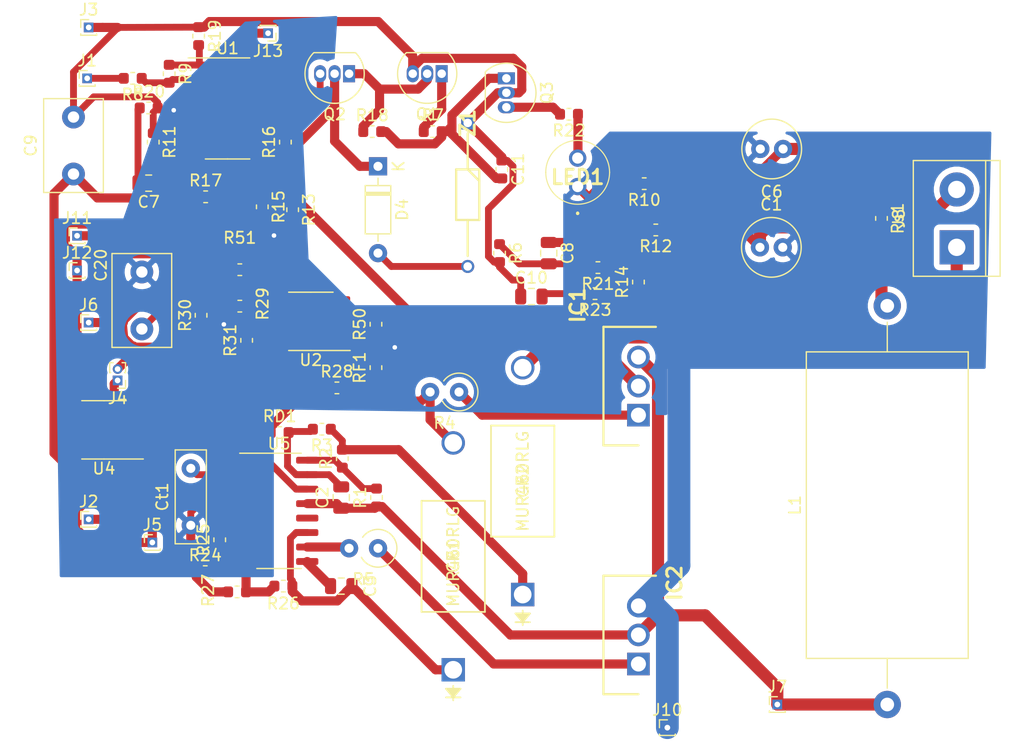
<source format=kicad_pcb>
(kicad_pcb (version 20171130) (host pcbnew "(5.1.5)-3")
  (layers (0 F.Cu signal) (31 B.Cu signal) (34 B.Paste user) (35 F.Paste user) (36 B.SilkS user) (37 F.SilkS user) (38 B.Mask user) (39 F.Mask user) (44 Edge.Cuts user))
  (net 0 "")
  (net 1 "Net-(C1-Pad1)")
  (net 2 GND)
  (net 3 "Net-(C2-Pad1)")
  (net 4 "Net-(C2-Pad2)")
  (net 5 "Net-(C3-Pad2)")
  (net 6 "Net-(C3-Pad1)")
  (net 7 "Net-(C6-Pad1)")
  (net 8 "Net-(C7-Pad2)")
  (net 9 "Net-(C7-Pad1)")
  (net 10 "Net-(C8-Pad2)")
  (net 11 "Net-(C10-Pad1)")
  (net 12 "Net-(C10-Pad2)")
  (net 13 "Net-(C11-Pad2)")
  (net 14 "Net-(C20-Pad2)")
  (net 15 "Net-(Ct1-Pad2)")
  (net 16 VD)
  (net 17 "Net-(D4-Pad1)")
  (net 18 "Net-(D4-Pad2)")
  (net 19 "Net-(IC1-Pad1)")
  (net 20 "Net-(IC2-Pad1)")
  (net 21 "Net-(J1-Pad1)")
  (net 22 "Net-(LED1-Pad2)")
  (net 23 "Net-(Q1-Pad2)")
  (net 24 "Net-(Q1-Pad1)")
  (net 25 -5V)
  (net 26 "Net-(Q3-Pad3)")
  (net 27 "Net-(R1-Pad2)")
  (net 28 "Net-(R5-Pad2)")
  (net 29 "Net-(R8-Pad1)")
  (net 30 "Net-(R19-Pad2)")
  (net 31 "Net-(R12-Pad2)")
  (net 32 +2V5)
  (net 33 "Net-(R24-Pad2)")
  (net 34 "Net-(R25-Pad2)")
  (net 35 "Net-(R26-Pad1)")
  (net 36 "Net-(R28-Pad2)")
  (net 37 "Net-(R29-Pad1)")
  (net 38 "Net-(R50-Pad1)")
  (net 39 "Net-(R51-Pad1)")
  (net 40 +12V)
  (net 41 "Net-(U5-Pad5)")
  (net 42 "Net-(U5-Pad12)")
  (net 43 "Net-(J4-Pad1)")
  (net 44 "Net-(J4-Pad2)")
  (net 45 "Net-(J5-Pad1)")
  (net 46 "Net-(CR1-Pad2)")
  (net 47 "Net-(CR2-Pad1)")
  (module Resistor_THT:R_Axial_DIN0309_L9.0mm_D3.2mm_P2.54mm_Vertical (layer F.Cu) (at 90.932 85.852 180)
    (fp_text reference R5 (at 1.27 -2.72) (layer F.SilkS))
    (fp_text value 2.2)
    (pad 1 thru_hole circle (at 0 0 180) (size 1.6 1.6) (drill 0.8) (layers *.Cu *.Mask) (net 20 "Net-(IC2-Pad1)"))
    (pad 2 thru_hole oval (at 2.54 0 180) (size 1.6 1.6) (drill 0.8) (layers *.Cu *.Mask) (net 28 "Net-(R5-Pad2)"))
  )
  (module kicad2:TO255P460X1020X2008-3P (layer F.Cu) (at 113.792 96.012 90)
    (fp_text reference IC2 (at 7.112 3.175 90) (layer F.SilkS) (effects (font (size 1.27 1.27) (thickness 0.254))))
    (fp_text value IRF630 hide)
    (pad 1 thru_hole rect (at 0 0 90) (size 1.98 1.98) (drill 1.32) (layers *.Cu *.Mask) (net 20 "Net-(IC2-Pad1)"))
    (pad 2 thru_hole circle (at 2.55 0 90) (size 1.98 1.98) (drill 1.32) (layers *.Cu *.Mask) (net 3 "Net-(C2-Pad1)"))
    (pad 3 thru_hole circle (at 5.1 0 90) (size 1.98 1.98) (drill 1.32) (layers *.Cu *.Mask) (net 2 GND))
  )
  (module Connector_PinHeader_1.00mm:PinHeader_1x01_P1.00mm_Vertical (layer F.Cu) (at 65.4 44.6)
    (fp_text reference J1 (at 0 -1.56) (layer F.SilkS))
    (fp_text value Conn_01x01_Male)
    (pad 1 thru_hole rect (at 0 0) (size 0.85 0.85) (drill 0.5) (layers *.Cu *.Mask) (net 21 "Net-(J1-Pad1)"))
  )
  (module kicad2:TO255P460X1020X2008-3P (layer F.Cu) (at 113.792 74.168 90)
    (fp_text reference IC1 (at 9.652 -5.334 90) (layer F.SilkS) (effects (font (size 1.27 1.27) (thickness 0.254))))
    (fp_text value IRF630 hide)
    (pad 3 thru_hole circle (at 5.1 0 90) (size 1.98 1.98) (drill 1.32) (layers *.Cu *.Mask) (net 3 "Net-(C2-Pad1)"))
    (pad 2 thru_hole circle (at 2.55 0 90) (size 1.98 1.98) (drill 1.32) (layers *.Cu *.Mask) (net 16 VD))
    (pad 1 thru_hole rect (at 0 0 90) (size 1.98 1.98) (drill 1.32) (layers *.Cu *.Mask) (net 19 "Net-(IC1-Pad1)"))
  )
  (module Resistor_SMD:R_0603_1608Metric (layer F.Cu) (at 79.4 67.6 90)
    (fp_text reference R31 (at 0 -1.43 90) (layer F.SilkS))
    (fp_text value 50k)
    (pad 2 smd roundrect (at 0.7875 0 90) (size 0.875 0.95) (layers F.Cu F.Paste F.Mask) (net 37 "Net-(R29-Pad1)"))
    (pad 1 smd roundrect (at -0.7875 0 90) (size 0.875 0.95) (layers F.Cu F.Paste F.Mask) (net 44 "Net-(J4-Pad2)"))
  )
  (module Resistor_SMD:R_0603_1608Metric (layer F.Cu) (at 75.4 65.4 90)
    (fp_text reference R30 (at 0 -1.4 90) (layer F.SilkS))
    (fp_text value 50k)
    (pad 1 smd roundrect (at -0.7875 0 90) (size 0.875 0.95) (layers F.Cu F.Paste F.Mask) (net 44 "Net-(J4-Pad2)"))
    (pad 2 smd roundrect (at 0.7875 0 90) (size 0.875 0.95) (layers F.Cu F.Paste F.Mask) (net 14 "Net-(C20-Pad2)"))
  )
  (module Capacitor_THT:C_Disc_D8.0mm_W5.0mm_P5.00mm (layer F.Cu) (at 64.2 53 90)
    (fp_text reference C9 (at 2.5 -3.75 90) (layer F.SilkS))
    (fp_text value 10p)
    (pad 2 thru_hole circle (at 5 0 90) (size 2 2) (drill 1) (layers *.Cu *.Mask) (net 11 "Net-(C10-Pad1)"))
    (pad 1 thru_hole circle (at 0 0 90) (size 2 2) (drill 1) (layers *.Cu *.Mask) (net 9 "Net-(C7-Pad1)"))
  )
  (module kicad2:NSPW500BS (layer F.Cu) (at 108.458 54.102)
    (fp_text reference LED1 (at 0 -0.825) (layer F.SilkS) (effects (font (size 1.27 1.27) (thickness 0.254))))
    (fp_text value NSPW500BS hide)
    (pad 1 thru_hole circle (at 0 0) (size 1.521 1.521) (drill 0.97782) (layers *.Cu *.Mask) (net 2 GND))
    (pad 2 thru_hole circle (at 0 -2.5) (size 1.521 1.521) (drill 0.97782) (layers *.Cu *.Mask) (net 22 "Net-(LED1-Pad2)"))
  )
  (module Resistor_SMD:R_0603_1608Metric (layer F.Cu) (at 135.128 56.896 270)
    (fp_text reference Rs1 (at 0 -1.43 90) (layer F.SilkS))
    (fp_text value 0.1)
    (pad 1 smd roundrect (at -0.7875 0 270) (size 0.875 0.95) (layers F.Cu F.Paste F.Mask) (net 7 "Net-(C6-Pad1)"))
    (pad 2 smd roundrect (at 0.7875 0 270) (size 0.875 0.95) (layers F.Cu F.Paste F.Mask) (net 1 "Net-(C1-Pad1)"))
  )
  (module Diode_THT:D_DO-35_SOD27_P7.62mm_Horizontal (layer F.Cu) (at 90.932 52.324 270)
    (fp_text reference D4 (at 3.81 -2.12 90) (layer F.SilkS))
    (fp_text value 1N4148)
    (fp_text user K (at 0 -1.8 90) (layer F.SilkS))
    (pad 1 thru_hole rect (at 0 0 270) (size 1.6 1.6) (drill 0.8) (layers *.Cu *.Mask) (net 17 "Net-(D4-Pad1)"))
    (pad 2 thru_hole oval (at 7.62 0 270) (size 1.6 1.6) (drill 0.8) (layers *.Cu *.Mask) (net 18 "Net-(D4-Pad2)"))
  )
  (module Resistor_SMD:R_0603_1608Metric (layer F.Cu) (at 114.3 53.848 180)
    (fp_text reference R10 (at 0 -1.43) (layer F.SilkS))
    (fp_text value 1000)
    (pad 1 smd roundrect (at -0.7875 0 180) (size 0.875 0.95) (layers F.Cu F.Paste F.Mask) (net 7 "Net-(C6-Pad1)"))
    (pad 2 smd roundrect (at 0.7875 0 180) (size 0.875 0.95) (layers F.Cu F.Paste F.Mask) (net 2 GND))
  )
  (module Capacitor_SMD:C_0805_2012Metric (layer F.Cu) (at 105.918 59.944 270)
    (fp_text reference C8 (at 0 -1.65 90) (layer F.SilkS))
    (fp_text value 1n)
    (pad 1 smd roundrect (at -0.9375 0 270) (size 0.975 1.4) (layers F.Cu F.Paste F.Mask) (net 2 GND))
    (pad 2 smd roundrect (at 0.9375 0 270) (size 0.975 1.4) (layers F.Cu F.Paste F.Mask) (net 10 "Net-(C8-Pad2)"))
  )
  (module Resistor_SMD:R_0603_1608Metric (layer F.Cu) (at 110.236 61.214 180)
    (fp_text reference R21 (at 0 -1.43) (layer F.SilkS))
    (fp_text value 10k)
    (pad 1 smd roundrect (at -0.7875 0 180) (size 0.875 0.95) (layers F.Cu F.Paste F.Mask) (net 7 "Net-(C6-Pad1)"))
    (pad 2 smd roundrect (at 0.7875 0 180) (size 0.875 0.95) (layers F.Cu F.Paste F.Mask) (net 10 "Net-(C8-Pad2)"))
  )
  (module Resistor_SMD:R_0603_1608Metric (layer F.Cu) (at 101.6 59.944 270)
    (fp_text reference R6 (at 0 -1.43 90) (layer F.SilkS))
    (fp_text value 90k)
    (pad 2 smd roundrect (at 0.7875 0 270) (size 0.875 0.95) (layers F.Cu F.Paste F.Mask) (net 11 "Net-(C10-Pad1)"))
    (pad 1 smd roundrect (at -0.7875 0 270) (size 0.875 0.95) (layers F.Cu F.Paste F.Mask) (net 10 "Net-(C8-Pad2)"))
  )
  (module Capacitor_SMD:C_0805_2012Metric (layer F.Cu) (at 104.394 63.754)
    (fp_text reference C10 (at 0 -1.65) (layer F.SilkS))
    (fp_text value 1n)
    (pad 2 smd roundrect (at 0.9375 0) (size 0.975 1.4) (layers F.Cu F.Paste F.Mask) (net 12 "Net-(C10-Pad2)"))
    (pad 1 smd roundrect (at -0.9375 0) (size 0.975 1.4) (layers F.Cu F.Paste F.Mask) (net 11 "Net-(C10-Pad1)"))
  )
  (module Resistor_SMD:R_0603_1608Metric (layer F.Cu) (at 83.439 56.134 270)
    (fp_text reference R13 (at 0 -1.43 90) (layer F.SilkS))
    (fp_text value 1k)
    (pad 2 smd roundrect (at 0.7875 0 270) (size 0.875 0.95) (layers F.Cu F.Paste F.Mask) (net 2 GND))
    (pad 1 smd roundrect (at -0.7875 0 270) (size 0.875 0.95) (layers F.Cu F.Paste F.Mask) (net 31 "Net-(R12-Pad2)"))
  )
  (module Resistor_SMD:R_0603_1608Metric (layer F.Cu) (at 113.792 62.484 90)
    (fp_text reference R14 (at 0 -1.43 90) (layer F.SilkS))
    (fp_text value 9k)
    (pad 1 smd roundrect (at -0.7875 0 90) (size 0.875 0.95) (layers F.Cu F.Paste F.Mask) (net 7 "Net-(C6-Pad1)"))
    (pad 2 smd roundrect (at 0.7875 0 90) (size 0.875 0.95) (layers F.Cu F.Paste F.Mask) (net 31 "Net-(R12-Pad2)"))
  )
  (module Resistor_SMD:R_0603_1608Metric (layer F.Cu) (at 80.772 55.88 270)
    (fp_text reference R15 (at 0 -1.43 90) (layer F.SilkS))
    (fp_text value 1k)
    (pad 1 smd roundrect (at -0.7875 0 270) (size 0.875 0.95) (layers F.Cu F.Paste F.Mask) (net 31 "Net-(R12-Pad2)"))
    (pad 2 smd roundrect (at 0.7875 0 270) (size 0.875 0.95) (layers F.Cu F.Paste F.Mask) (net 2 GND))
  )
  (module Resistor_SMD:R_0603_1608Metric (layer F.Cu) (at 75.8 55)
    (fp_text reference R17 (at 0 -1.43) (layer F.SilkS))
    (fp_text value 90k)
    (pad 2 smd roundrect (at 0.7875 0) (size 0.875 0.95) (layers F.Cu F.Paste F.Mask) (net 31 "Net-(R12-Pad2)"))
    (pad 1 smd roundrect (at -0.7875 0) (size 0.875 0.95) (layers F.Cu F.Paste F.Mask) (net 32 +2V5))
  )
  (module Resistor_SMD:R_0603_1608Metric (layer F.Cu) (at 82.8 50.2 90)
    (fp_text reference R16 (at 0 -1.43 90) (layer F.SilkS))
    (fp_text value 90k)
    (pad 1 smd roundrect (at -0.7875 0 90) (size 0.875 0.95) (layers F.Cu F.Paste F.Mask) (net 17 "Net-(D4-Pad1)"))
    (pad 2 smd roundrect (at 0.7875 0 90) (size 0.875 0.95) (layers F.Cu F.Paste F.Mask) (net 31 "Net-(R12-Pad2)"))
  )
  (module Resistor_SMD:R_0603_1608Metric (layer F.Cu) (at 109.982 63.5 180)
    (fp_text reference R23 (at 0 -1.43) (layer F.SilkS))
    (fp_text value 1k)
    (pad 1 smd roundrect (at -0.7875 0 180) (size 0.875 0.95) (layers F.Cu F.Paste F.Mask) (net 7 "Net-(C6-Pad1)"))
    (pad 2 smd roundrect (at 0.7875 0 180) (size 0.875 0.95) (layers F.Cu F.Paste F.Mask) (net 12 "Net-(C10-Pad2)"))
  )
  (module kicad2:DIOAD1256W56L444D203 (layer F.Cu) (at 98.806 48.514 270)
    (fp_text reference Z1 (at 0 0 90) (layer F.SilkS) (effects (font (size 1.27 1.27) (thickness 0.254))))
    (fp_text value 1N750 hide)
    (pad 1 thru_hole rect (at 0 0 270) (size 1.15 1.15) (drill 0.75) (layers *.Cu *.Mask) (net 11 "Net-(C10-Pad1)"))
    (pad 2 thru_hole circle (at 12.6 0 270) (size 1.15 1.15) (drill 0.75) (layers *.Cu *.Mask) (net 18 "Net-(D4-Pad2)"))
  )
  (module Resistor_SMD:R_0603_1608Metric (layer F.Cu) (at 69.4 44.6 180)
    (fp_text reference R8 (at 0 -1.43) (layer F.SilkS))
    (fp_text value 10k)
    (pad 2 smd roundrect (at 0.7875 0 180) (size 0.875 0.95) (layers F.Cu F.Paste F.Mask) (net 21 "Net-(J1-Pad1)"))
    (pad 1 smd roundrect (at -0.7875 0 180) (size 0.875 0.95) (layers F.Cu F.Paste F.Mask) (net 29 "Net-(R8-Pad1)"))
  )
  (module Resistor_SMD:R_0603_1608Metric (layer F.Cu) (at 72.6 44.2 270)
    (fp_text reference R9 (at 0 -1.43 90) (layer F.SilkS))
    (fp_text value 10k)
    (pad 1 smd roundrect (at -0.7875 0 270) (size 0.875 0.95) (layers F.Cu F.Paste F.Mask) (net 30 "Net-(R19-Pad2)"))
    (pad 2 smd roundrect (at 0.7875 0 270) (size 0.875 0.95) (layers F.Cu F.Paste F.Mask) (net 29 "Net-(R8-Pad1)"))
  )
  (module Capacitor_SMD:C_0805_2012Metric (layer F.Cu) (at 87.704 81.4 90)
    (fp_text reference C2 (at 0 -1.65 90) (layer F.SilkS))
    (fp_text value 22n)
    (pad 2 smd roundrect (at 0.9375 0 90) (size 0.975 1.4) (layers F.Cu F.Paste F.Mask) (net 4 "Net-(C2-Pad2)"))
    (pad 1 smd roundrect (at -0.9375 0 90) (size 0.975 1.4) (layers F.Cu F.Paste F.Mask) (net 3 "Net-(C2-Pad1)"))
  )
  (module Capacitor_SMD:C_0805_2012Metric (layer F.Cu) (at 87.704 89.173)
    (fp_text reference C3 (at 2.54 0 -90) (layer F.SilkS))
    (fp_text value 30n)
    (pad 2 smd roundrect (at 0.9375 0) (size 0.975 1.4) (layers F.Cu F.Paste F.Mask) (net 5 "Net-(C3-Pad2)"))
    (pad 1 smd roundrect (at -0.9375 0) (size 0.975 1.4) (layers F.Cu F.Paste F.Mask) (net 6 "Net-(C3-Pad1)"))
  )
  (module Capacitor_SMD:C_0805_2012Metric (layer F.Cu) (at 70.8 53.8 180)
    (fp_text reference C7 (at 0 -1.65) (layer F.SilkS))
    (fp_text value 100p)
    (pad 2 smd roundrect (at 0.9375 0 180) (size 0.975 1.4) (layers F.Cu F.Paste F.Mask) (net 8 "Net-(C7-Pad2)"))
    (pad 1 smd roundrect (at -0.9375 0 180) (size 0.975 1.4) (layers F.Cu F.Paste F.Mask) (net 9 "Net-(C7-Pad1)"))
  )
  (module Capacitor_SMD:C_0603_1608Metric (layer F.Cu) (at 101.8 52.6 270)
    (fp_text reference C11 (at 0 -1.43 90) (layer F.SilkS))
    (fp_text value 100n)
    (pad 2 smd roundrect (at 0.7875 0 270) (size 0.875 0.95) (layers F.Cu F.Paste F.Mask) (net 13 "Net-(C11-Pad2)"))
    (pad 1 smd roundrect (at -0.7875 0 270) (size 0.875 0.95) (layers F.Cu F.Paste F.Mask) (net 11 "Net-(C10-Pad1)"))
  )
  (module Capacitor_THT:C_Disc_D8.0mm_W5.0mm_P5.00mm (layer F.Cu) (at 70.2 61.6 270)
    (fp_text reference C20 (at -0.6 3.6 90) (layer F.SilkS))
    (fp_text value 0.5n)
    (pad 2 thru_hole circle (at 5 0 270) (size 2 2) (drill 1) (layers *.Cu *.Mask) (net 14 "Net-(C20-Pad2)"))
    (pad 1 thru_hole circle (at 0 0 270) (size 2 2) (drill 1) (layers *.Cu *.Mask) (net 2 GND))
  )
  (module Capacitor_THT:C_Disc_D8.0mm_W2.5mm_P5.00mm (layer F.Cu) (at 74.496 83.839 90)
    (fp_text reference Ct1 (at 2.5 -2.5 90) (layer F.SilkS))
    (fp_text value 10p)
    (pad 1 thru_hole circle (at 0 0 90) (size 1.6 1.6) (drill 0.8) (layers *.Cu *.Mask) (net 2 GND))
    (pad 2 thru_hole circle (at 5 0 90) (size 1.6 1.6) (drill 0.8) (layers *.Cu *.Mask) (net 15 "Net-(Ct1-Pad2)"))
  )
  (module Package_TO_SOT_THT:TO-92_Inline (layer F.Cu) (at 96.52 44.196 180)
    (fp_text reference Q1 (at 1.27 -3.56) (layer F.SilkS))
    (fp_text value BC547)
    (pad 1 thru_hole rect (at 0 0 180) (size 1.05 1.5) (drill 0.75) (layers *.Cu *.Mask) (net 24 "Net-(Q1-Pad1)"))
    (pad 3 thru_hole oval (at 2.54 0 180) (size 1.05 1.5) (drill 0.75) (layers *.Cu *.Mask) (net 11 "Net-(C10-Pad1)"))
    (pad 2 thru_hole oval (at 1.27 0 180) (size 1.05 1.5) (drill 0.75) (layers *.Cu *.Mask) (net 23 "Net-(Q1-Pad2)"))
  )
  (module Package_TO_SOT_THT:TO-92_Inline (layer F.Cu) (at 88.392 44.196 180)
    (fp_text reference Q2 (at 1.27 -3.56) (layer F.SilkS))
    (fp_text value BC557)
    (pad 2 thru_hole oval (at 1.27 0 180) (size 1.05 1.5) (drill 0.75) (layers *.Cu *.Mask) (net 17 "Net-(D4-Pad1)"))
    (pad 3 thru_hole oval (at 2.54 0 180) (size 1.05 1.5) (drill 0.75) (layers *.Cu *.Mask) (net 25 -5V))
    (pad 1 thru_hole rect (at 0 0 180) (size 1.05 1.5) (drill 0.75) (layers *.Cu *.Mask) (net 23 "Net-(Q1-Pad2)"))
  )
  (module Package_TO_SOT_THT:TO-92_Inline (layer F.Cu) (at 102.2 44.6 270)
    (fp_text reference Q3 (at 1.27 -3.56 90) (layer F.SilkS))
    (fp_text value BC557)
    (pad 2 thru_hole oval (at 1.27 0 270) (size 1.05 1.5) (drill 0.75) (layers *.Cu *.Mask) (net 11 "Net-(C10-Pad1)"))
    (pad 3 thru_hole oval (at 2.54 0 270) (size 1.05 1.5) (drill 0.75) (layers *.Cu *.Mask) (net 26 "Net-(Q3-Pad3)"))
    (pad 1 thru_hole rect (at 0 0 270) (size 1.05 1.5) (drill 0.75) (layers *.Cu *.Mask) (net 13 "Net-(C11-Pad2)"))
  )
  (module Resistor_SMD:R_0603_1608Metric (layer F.Cu) (at 90.8 81.4 90)
    (fp_text reference R1 (at 0 -1.43 90) (layer F.SilkS))
    (fp_text value 4.6k)
    (pad 2 smd roundrect (at 0.7875 0 90) (size 0.875 0.95) (layers F.Cu F.Paste F.Mask) (net 27 "Net-(R1-Pad2)"))
    (pad 1 smd roundrect (at -0.7875 0 90) (size 0.875 0.95) (layers F.Cu F.Paste F.Mask) (net 3 "Net-(C2-Pad1)"))
  )
  (module Resistor_SMD:R_0603_1608Metric (layer F.Cu) (at 87.8 77.9875 90)
    (fp_text reference R2 (at 0 -1.43 90) (layer F.SilkS))
    (fp_text value 5.4k)
    (pad 1 smd roundrect (at -0.7875 0 90) (size 0.875 0.95) (layers F.Cu F.Paste F.Mask) (net 27 "Net-(R1-Pad2)"))
    (pad 2 smd roundrect (at 0.7875 0 90) (size 0.875 0.95) (layers F.Cu F.Paste F.Mask) (net 47 "Net-(CR2-Pad1)"))
  )
  (module Resistor_SMD:R_0603_1608Metric (layer F.Cu) (at 86 75.4 180)
    (fp_text reference R3 (at 0 -1.43) (layer F.SilkS))
    (fp_text value 10k)
    (pad 2 smd roundrect (at 0.7875 0 180) (size 0.875 0.95) (layers F.Cu F.Paste F.Mask) (net 4 "Net-(C2-Pad2)"))
    (pad 1 smd roundrect (at -0.7875 0 180) (size 0.875 0.95) (layers F.Cu F.Paste F.Mask) (net 47 "Net-(CR2-Pad1)"))
  )
  (module Resistor_SMD:R_0603_1608Metric (layer F.Cu) (at 95.7325 49.276)
    (fp_text reference R7 (at 0 -1.43) (layer F.SilkS))
    (fp_text value 10k)
    (pad 1 smd roundrect (at -0.7875 0) (size 0.875 0.95) (layers F.Cu F.Paste F.Mask) (net 24 "Net-(Q1-Pad1)"))
    (pad 2 smd roundrect (at 0.7875 0) (size 0.875 0.95) (layers F.Cu F.Paste F.Mask) (net 13 "Net-(C11-Pad2)"))
  )
  (module Resistor_SMD:R_0603_1608Metric (layer F.Cu) (at 71.2 50.2 270)
    (fp_text reference R11 (at 0 -1.43 90) (layer F.SilkS))
    (fp_text value 1meg)
    (pad 1 smd roundrect (at -0.7875 0 270) (size 0.875 0.95) (layers F.Cu F.Paste F.Mask) (net 11 "Net-(C10-Pad1)"))
    (pad 2 smd roundrect (at 0.7875 0 270) (size 0.875 0.95) (layers F.Cu F.Paste F.Mask) (net 9 "Net-(C7-Pad1)"))
  )
  (module Resistor_SMD:R_0603_1608Metric (layer F.Cu) (at 115.316 57.912 180)
    (fp_text reference R12 (at 0 -1.43) (layer F.SilkS))
    (fp_text value 9k)
    (pad 2 smd roundrect (at 0.7875 0 180) (size 0.875 0.95) (layers F.Cu F.Paste F.Mask) (net 31 "Net-(R12-Pad2)"))
    (pad 1 smd roundrect (at -0.7875 0 180) (size 0.875 0.95) (layers F.Cu F.Paste F.Mask) (net 1 "Net-(C1-Pad1)"))
  )
  (module Resistor_SMD:R_0603_1608Metric (layer F.Cu) (at 90.424 49.276)
    (fp_text reference R18 (at 0 -1.43) (layer F.SilkS))
    (fp_text value 100k)
    (pad 2 smd roundrect (at 0.7875 0) (size 0.875 0.95) (layers F.Cu F.Paste F.Mask) (net 13 "Net-(C11-Pad2)"))
    (pad 1 smd roundrect (at -0.7875 0) (size 0.875 0.95) (layers F.Cu F.Paste F.Mask) (net 23 "Net-(Q1-Pad2)"))
  )
  (module Resistor_SMD:R_0603_1608Metric (layer F.Cu) (at 75.184 40.894 270)
    (fp_text reference R19 (at 0 -1.43 90) (layer F.SilkS))
    (fp_text value 10k)
    (pad 1 smd roundrect (at -0.7875 0 270) (size 0.875 0.95) (layers F.Cu F.Paste F.Mask) (net 11 "Net-(C10-Pad1)"))
    (pad 2 smd roundrect (at 0.7875 0 270) (size 0.875 0.95) (layers F.Cu F.Paste F.Mask) (net 30 "Net-(R19-Pad2)"))
  )
  (module Resistor_SMD:R_0603_1608Metric (layer F.Cu) (at 70.8 47.2)
    (fp_text reference R20 (at 0 -1.43) (layer F.SilkS))
    (fp_text value 100k)
    (pad 2 smd roundrect (at 0.7875 0) (size 0.875 0.95) (layers F.Cu F.Paste F.Mask) (net 11 "Net-(C10-Pad1)"))
    (pad 1 smd roundrect (at -0.7875 0) (size 0.875 0.95) (layers F.Cu F.Paste F.Mask) (net 8 "Net-(C7-Pad2)"))
  )
  (module Resistor_SMD:R_0603_1608Metric (layer F.Cu) (at 107.696 47.752 180)
    (fp_text reference R22 (at 0 -1.43) (layer F.SilkS))
    (fp_text value 1k)
    (pad 2 smd roundrect (at 0.7875 0 180) (size 0.875 0.95) (layers F.Cu F.Paste F.Mask) (net 26 "Net-(Q3-Pad3)"))
    (pad 1 smd roundrect (at -0.7875 0 180) (size 0.875 0.95) (layers F.Cu F.Paste F.Mask) (net 22 "Net-(LED1-Pad2)"))
  )
  (module Resistor_SMD:R_0603_1608Metric (layer F.Cu) (at 75.766 87.903)
    (fp_text reference R24 (at 0 -1.43) (layer F.SilkS))
    (fp_text value 4k)
    (pad 2 smd roundrect (at 0.7875 0) (size 0.875 0.95) (layers F.Cu F.Paste F.Mask) (net 33 "Net-(R24-Pad2)"))
    (pad 1 smd roundrect (at -0.7875 0) (size 0.875 0.95) (layers F.Cu F.Paste F.Mask) (net 2 GND))
  )
  (module Resistor_SMD:R_0603_1608Metric (layer F.Cu) (at 77.036 85.109 90)
    (fp_text reference R25 (at 0 -1.43 90) (layer F.SilkS))
    (fp_text value 6k)
    (pad 1 smd roundrect (at -0.7875 0 90) (size 0.875 0.95) (layers F.Cu F.Paste F.Mask) (net 33 "Net-(R24-Pad2)"))
    (pad 2 smd roundrect (at 0.7875 0 90) (size 0.875 0.95) (layers F.Cu F.Paste F.Mask) (net 34 "Net-(R25-Pad2)"))
  )
  (module Resistor_SMD:R_0603_1608Metric (layer F.Cu) (at 82.624 89.173)
    (fp_text reference R26 (at 0 1.524) (layer F.SilkS))
    (fp_text value 3.3k)
    (pad 2 smd roundrect (at 0.7875 0) (size 0.875 0.95) (layers F.Cu F.Paste F.Mask) (net 5 "Net-(C3-Pad2)"))
    (pad 1 smd roundrect (at -0.7875 0) (size 0.875 0.95) (layers F.Cu F.Paste F.Mask) (net 35 "Net-(R26-Pad1)"))
  )
  (module Resistor_SMD:R_0603_1608Metric (layer F.Cu) (at 78.56 89.681)
    (fp_text reference R27 (at -2.54 -0.127 270) (layer F.SilkS))
    (fp_text value 8.2k)
    (pad 1 smd roundrect (at -0.7875 0) (size 0.875 0.95) (layers F.Cu F.Paste F.Mask) (net 2 GND))
    (pad 2 smd roundrect (at 0.7875 0) (size 0.875 0.95) (layers F.Cu F.Paste F.Mask) (net 35 "Net-(R26-Pad1)"))
  )
  (module Resistor_SMD:R_0603_1608Metric (layer F.Cu) (at 87.323 71.774)
    (fp_text reference R28 (at 0 -1.43) (layer F.SilkS))
    (fp_text value 50k)
    (pad 2 smd roundrect (at 0.7875 0) (size 0.875 0.95) (layers F.Cu F.Paste F.Mask) (net 36 "Net-(R28-Pad2)"))
    (pad 1 smd roundrect (at -0.7875 0) (size 0.875 0.95) (layers F.Cu F.Paste F.Mask) (net 14 "Net-(C20-Pad2)"))
  )
  (module Resistor_SMD:R_0603_1608Metric (layer F.Cu) (at 78.8 64.6 180)
    (fp_text reference R29 (at -2 0.2 270) (layer F.SilkS))
    (fp_text value 50k)
    (pad 2 smd roundrect (at 0.7875 0 180) (size 0.875 0.95) (layers F.Cu F.Paste F.Mask) (net 2 GND))
    (pad 1 smd roundrect (at -0.7875 0 180) (size 0.875 0.95) (layers F.Cu F.Paste F.Mask) (net 37 "Net-(R29-Pad1)"))
  )
  (module Resistor_SMD:R_0603_1608Metric (layer F.Cu) (at 90.752 66.186 90)
    (fp_text reference R50 (at 0 -1.43 90) (layer F.SilkS))
    (fp_text value 50k)
    (pad 2 smd roundrect (at 0.7875 0 90) (size 0.875 0.95) (layers F.Cu F.Paste F.Mask) (net 2 GND))
    (pad 1 smd roundrect (at -0.7875 0 90) (size 0.875 0.95) (layers F.Cu F.Paste F.Mask) (net 38 "Net-(R50-Pad1)"))
  )
  (module Resistor_SMD:R_0603_1608Metric (layer F.Cu) (at 78.8 61.4 180)
    (fp_text reference R51 (at 0 2.8) (layer F.SilkS))
    (fp_text value 50k)
    (pad 1 smd roundrect (at -0.7875 0 180) (size 0.875 0.95) (layers F.Cu F.Paste F.Mask) (net 39 "Net-(R51-Pad1)"))
    (pad 2 smd roundrect (at 0.7875 0 180) (size 0.875 0.95) (layers F.Cu F.Paste F.Mask) (net 44 "Net-(J4-Pad2)"))
  )
  (module Resistor_SMD:R_0603_1608Metric (layer F.Cu) (at 90.752 69.996 90)
    (fp_text reference RF1 (at 0 -1.43 90) (layer F.SilkS))
    (fp_text value 100k)
    (pad 1 smd roundrect (at -0.7875 0 90) (size 0.875 0.95) (layers F.Cu F.Paste F.Mask) (net 36 "Net-(R28-Pad2)"))
    (pad 2 smd roundrect (at 0.7875 0 90) (size 0.875 0.95) (layers F.Cu F.Paste F.Mask) (net 38 "Net-(R50-Pad1)"))
  )
  (module Package_SO:SOIC-16_3.9x9.9mm_P1.27mm (layer F.Cu) (at 82.243 82.569)
    (fp_text reference U5 (at 0 -5.9) (layer F.SilkS))
    (fp_text value IRS20957S)
    (pad 1 smd roundrect (at -2.475 -4.445) (size 1.95 0.6) (layers F.Cu F.Paste F.Mask) (net 40 +12V))
    (pad 2 smd roundrect (at -2.475 -3.175) (size 1.95 0.6) (layers F.Cu F.Paste F.Mask) (net 15 "Net-(Ct1-Pad2)"))
    (pad 3 smd roundrect (at -2.475 -1.905) (size 1.95 0.6) (layers F.Cu F.Paste F.Mask) (net 45 "Net-(J5-Pad1)"))
    (pad 4 smd roundrect (at -2.475 -0.635) (size 1.95 0.6) (layers F.Cu F.Paste F.Mask) (net 2 GND))
    (pad 5 smd roundrect (at -2.475 0.635) (size 1.95 0.6) (layers F.Cu F.Paste F.Mask) (net 41 "Net-(U5-Pad5)"))
    (pad 6 smd roundrect (at -2.475 1.905) (size 1.95 0.6) (layers F.Cu F.Paste F.Mask) (net 34 "Net-(R25-Pad2)"))
    (pad 7 smd roundrect (at -2.475 3.175) (size 1.95 0.6) (layers F.Cu F.Paste F.Mask) (net 33 "Net-(R24-Pad2)"))
    (pad 8 smd roundrect (at -2.475 4.445) (size 1.95 0.6) (layers F.Cu F.Paste F.Mask) (net 35 "Net-(R26-Pad1)"))
    (pad 9 smd roundrect (at 2.475 4.445) (size 1.95 0.6) (layers F.Cu F.Paste F.Mask) (net 6 "Net-(C3-Pad1)"))
    (pad 10 smd roundrect (at 2.475 3.175) (size 1.95 0.6) (layers F.Cu F.Paste F.Mask) (net 28 "Net-(R5-Pad2)"))
    (pad 11 smd roundrect (at 2.475 1.905) (size 1.95 0.6) (layers F.Cu F.Paste F.Mask) (net 5 "Net-(C3-Pad2)"))
    (pad 12 smd roundrect (at 2.475 0.635) (size 1.95 0.6) (layers F.Cu F.Paste F.Mask) (net 42 "Net-(U5-Pad12)"))
    (pad 13 smd roundrect (at 2.475 -0.635) (size 1.95 0.6) (layers F.Cu F.Paste F.Mask) (net 3 "Net-(C2-Pad1)"))
    (pad 14 smd roundrect (at 2.475 -1.905) (size 1.95 0.6) (layers F.Cu F.Paste F.Mask) (net 46 "Net-(CR1-Pad2)"))
    (pad 15 smd roundrect (at 2.475 -3.175) (size 1.95 0.6) (layers F.Cu F.Paste F.Mask) (net 4 "Net-(C2-Pad2)"))
    (pad 16 smd roundrect (at 2.475 -4.445) (size 1.95 0.6) (layers F.Cu F.Paste F.Mask) (net 27 "Net-(R1-Pad2)"))
  )
  (module Package_SO:SOIC-14_3.9x8.7mm_P1.27mm (layer F.Cu) (at 77.724 47.244)
    (fp_text reference U1 (at 0 -5.28) (layer F.SilkS))
    (fp_text value TL084)
    (pad 14 smd roundrect (at 2.475 -3.81) (size 1.95 0.6) (layers F.Cu F.Paste F.Mask))
    (pad 13 smd roundrect (at 2.475 -2.54) (size 1.95 0.6) (layers F.Cu F.Paste F.Mask))
    (pad 12 smd roundrect (at 2.475 -1.27) (size 1.95 0.6) (layers F.Cu F.Paste F.Mask))
    (pad 11 smd roundrect (at 2.475 0) (size 1.95 0.6) (layers F.Cu F.Paste F.Mask) (net 25 -5V))
    (pad 10 smd roundrect (at 2.475 1.27) (size 1.95 0.6) (layers F.Cu F.Paste F.Mask) (net 31 "Net-(R12-Pad2)"))
    (pad 9 smd roundrect (at 2.475 2.54) (size 1.95 0.6) (layers F.Cu F.Paste F.Mask) (net 31 "Net-(R12-Pad2)"))
    (pad 8 smd roundrect (at 2.475 3.81) (size 1.95 0.6) (layers F.Cu F.Paste F.Mask) (net 17 "Net-(D4-Pad1)"))
    (pad 7 smd roundrect (at -2.475 3.81) (size 1.95 0.6) (layers F.Cu F.Paste F.Mask) (net 9 "Net-(C7-Pad1)"))
    (pad 6 smd roundrect (at -2.475 2.54) (size 1.95 0.6) (layers F.Cu F.Paste F.Mask) (net 11 "Net-(C10-Pad1)"))
    (pad 5 smd roundrect (at -2.475 1.27) (size 1.95 0.6) (layers F.Cu F.Paste F.Mask) (net 2 GND))
    (pad 4 smd roundrect (at -2.475 0) (size 1.95 0.6) (layers F.Cu F.Paste F.Mask) (net 40 +12V))
    (pad 3 smd roundrect (at -2.475 -1.27) (size 1.95 0.6) (layers F.Cu F.Paste F.Mask) (net 2 GND))
    (pad 2 smd roundrect (at -2.475 -2.54) (size 1.95 0.6) (layers F.Cu F.Paste F.Mask) (net 29 "Net-(R8-Pad1)"))
    (pad 1 smd roundrect (at -2.475 -3.81) (size 1.95 0.6) (layers F.Cu F.Paste F.Mask) (net 30 "Net-(R19-Pad2)"))
  )
  (module Package_SO:SOIC-8_3.9x4.9mm_P1.27mm (layer F.Cu) (at 85.037 65.932 180)
    (fp_text reference U2 (at 0 -3.4) (layer F.SilkS))
    (fp_text value TL082)
    (pad 1 smd roundrect (at -2.475 -1.905 180) (size 1.95 0.6) (layers F.Cu F.Paste F.Mask) (net 36 "Net-(R28-Pad2)"))
    (pad 2 smd roundrect (at -2.475 -0.635 180) (size 1.95 0.6) (layers F.Cu F.Paste F.Mask) (net 39 "Net-(R51-Pad1)"))
    (pad 3 smd roundrect (at -2.475 0.635 180) (size 1.95 0.6) (layers F.Cu F.Paste F.Mask) (net 38 "Net-(R50-Pad1)"))
    (pad 4 smd roundrect (at -2.475 1.905 180) (size 1.95 0.6) (layers F.Cu F.Paste F.Mask) (net 25 -5V))
    (pad 5 smd roundrect (at 2.475 1.905 180) (size 1.95 0.6) (layers F.Cu F.Paste F.Mask) (net 14 "Net-(C20-Pad2)"))
    (pad 6 smd roundrect (at 2.475 0.635 180) (size 1.95 0.6) (layers F.Cu F.Paste F.Mask) (net 37 "Net-(R29-Pad1)"))
    (pad 7 smd roundrect (at 2.475 -0.635 180) (size 1.95 0.6) (layers F.Cu F.Paste F.Mask) (net 44 "Net-(J4-Pad2)"))
    (pad 8 smd roundrect (at 2.475 -1.905 180) (size 1.95 0.6) (layers F.Cu F.Paste F.Mask) (net 40 +12V))
  )
  (module Package_SO:SOIC-8_3.9x4.9mm_P1.27mm (layer F.Cu) (at 66.876 75.457 180)
    (fp_text reference U4 (at 0 -3.4) (layer F.SilkS))
    (fp_text value LM393)
    (pad 8 smd roundrect (at 2.475 -1.905 180) (size 1.95 0.6) (layers F.Cu F.Paste F.Mask) (net 25 -5V))
    (pad 7 smd roundrect (at 2.475 -0.635 180) (size 1.95 0.6) (layers F.Cu F.Paste F.Mask))
    (pad 6 smd roundrect (at 2.475 0.635 180) (size 1.95 0.6) (layers F.Cu F.Paste F.Mask))
    (pad 5 smd roundrect (at 2.475 1.905 180) (size 1.95 0.6) (layers F.Cu F.Paste F.Mask))
    (pad 4 smd roundrect (at -2.475 1.905 180) (size 1.95 0.6) (layers F.Cu F.Paste F.Mask) (net 40 +12V))
    (pad 3 smd roundrect (at -2.475 0.635 180) (size 1.95 0.6) (layers F.Cu F.Paste F.Mask) (net 43 "Net-(J4-Pad1)"))
    (pad 2 smd roundrect (at -2.475 -0.635 180) (size 1.95 0.6) (layers F.Cu F.Paste F.Mask) (net 9 "Net-(C7-Pad1)"))
    (pad 1 smd roundrect (at -2.475 -1.905 180) (size 1.95 0.6) (layers F.Cu F.Paste F.Mask) (net 45 "Net-(J5-Pad1)"))
  )
  (module Connector_PinHeader_1.00mm:PinHeader_1x01_P1.00mm_Vertical (layer F.Cu) (at 65.532 40.132)
    (fp_text reference J3 (at 0 -1.56) (layer F.SilkS))
    (fp_text value Conn_01x01_Male)
    (pad 1 thru_hole rect (at 0 0) (size 0.85 0.85) (drill 0.5) (layers *.Cu *.Mask) (net 11 "Net-(C10-Pad1)"))
  )
  (module Connector_PinHeader_1.00mm:PinHeader_1x02_P1.00mm_Vertical (layer F.Cu) (at 68.072 71.12 180)
    (fp_text reference J4 (at 0 -1.56) (layer F.SilkS))
    (fp_text value Conn_01x02_Male)
    (pad 1 thru_hole rect (at 0 0 180) (size 0.85 0.85) (drill 0.5) (layers *.Cu *.Mask) (net 43 "Net-(J4-Pad1)"))
    (pad 2 thru_hole oval (at 0 1 180) (size 0.85 0.85) (drill 0.5) (layers *.Cu *.Mask) (net 44 "Net-(J4-Pad2)"))
  )
  (module Connector_PinHeader_1.00mm:PinHeader_1x01_P1.00mm_Vertical (layer F.Cu) (at 71.12 85.344)
    (fp_text reference J5 (at 0 -1.56) (layer F.SilkS))
    (fp_text value Conn_01x01_Male)
    (pad 1 thru_hole rect (at 0 0) (size 0.85 0.85) (drill 0.5) (layers *.Cu *.Mask) (net 45 "Net-(J5-Pad1)"))
  )
  (module Connector_PinHeader_1.00mm:PinHeader_1x01_P1.00mm_Vertical (layer F.Cu) (at 65.532 66.04)
    (fp_text reference J6 (at 0 -1.56) (layer F.SilkS))
    (fp_text value Conn_01x01_Male)
    (pad 1 thru_hole rect (at 0 0) (size 0.85 0.85) (drill 0.5) (layers *.Cu *.Mask) (net 44 "Net-(J4-Pad2)"))
  )
  (module Connector_PinHeader_1.00mm:PinHeader_1x01_P1.00mm_Vertical (layer F.Cu) (at 125.984 99.568)
    (fp_text reference J7 (at 0 -1.56) (layer F.SilkS))
    (fp_text value Conn_01x01_Male)
    (pad 1 thru_hole rect (at 0 0) (size 0.85 0.85) (drill 0.5) (layers *.Cu *.Mask) (net 3 "Net-(C2-Pad1)"))
  )
  (module Connector_PinHeader_1.00mm:PinHeader_1x01_P1.00mm_Vertical (layer F.Cu) (at 65.532 83.312)
    (fp_text reference J2 (at 0 -1.56) (layer F.SilkS))
    (fp_text value Conn_01x01_Male)
    (pad 1 thru_hole rect (at 0 0) (size 0.85 0.85) (drill 0.5) (layers *.Cu *.Mask) (net 40 +12V))
  )
  (module Connector_PinHeader_1.00mm:PinHeader_1x01_P1.00mm_Vertical (layer F.Cu) (at 116.332 101.6)
    (fp_text reference J10 (at 0 -1.56) (layer F.SilkS))
    (fp_text value Conn_01x01_Male)
    (pad 1 thru_hole rect (at 0 0) (size 0.85 0.85) (drill 0.5) (layers *.Cu *.Mask) (net 2 GND))
  )
  (module Connector_PinHeader_1.00mm:PinHeader_1x01_P1.00mm_Vertical (layer F.Cu) (at 64.516 58.42)
    (fp_text reference J11 (at 0 -1.56) (layer F.SilkS))
    (fp_text value Conn_01x01_Male)
    (pad 1 thru_hole rect (at 0 0) (size 0.85 0.85) (drill 0.5) (layers *.Cu *.Mask) (net 32 +2V5))
  )
  (module footprints:MUR460RLG (layer F.Cu) (at 97.536 96.52 90)
    (fp_text reference CR1 (at 9.9568 0 90) (layer F.SilkS))
    (fp_text value MUR460RLG (at 9.9568 0 90) (layer F.SilkS))
    (fp_text user * (at 0 0 90) (layer F.SilkS))
    (pad 1 thru_hole rect (at 0 0 90) (size 2.0574 2.0574) (drill 1.5494) (layers *.Cu *.Mask) (net 5 "Net-(C3-Pad2)"))
    (pad 2 thru_hole circle (at 19.9136 0 90) (size 2.0574 2.0574) (drill 1.5494) (layers *.Cu *.Mask) (net 46 "Net-(CR1-Pad2)"))
  )
  (module footprints:MUR460RLG (layer F.Cu) (at 103.632 89.916 90)
    (fp_text reference CR2 (at 9.9568 0 90) (layer F.SilkS))
    (fp_text value MUR460RLG (at 9.9568 0 90) (layer F.SilkS))
    (fp_text user * (at 0 0 90) (layer F.SilkS))
    (pad 2 thru_hole circle (at 19.9136 0 90) (size 2.0574 2.0574) (drill 1.5494) (layers *.Cu *.Mask) (net 16 VD))
    (pad 1 thru_hole rect (at 0 0 90) (size 2.0574 2.0574) (drill 1.5494) (layers *.Cu *.Mask) (net 47 "Net-(CR2-Pad1)"))
  )
  (module Connector_PinHeader_1.00mm:PinHeader_1x01_P1.00mm_Vertical (layer F.Cu) (at 64.516 61.468)
    (fp_text reference J12 (at 0 -1.56) (layer F.SilkS))
    (fp_text value Conn_01x01_Male)
    (pad 1 thru_hole rect (at 0 0) (size 0.85 0.85) (drill 0.5) (layers *.Cu *.Mask) (net 25 -5V))
  )
  (module Connector_PinHeader_1.00mm:PinHeader_1x01_P1.00mm_Vertical (layer F.Cu) (at 81.28 40.64 180)
    (fp_text reference J13 (at 0 -1.56) (layer F.SilkS))
    (fp_text value Conn_01x01_Male)
    (pad 1 thru_hole rect (at 0 0 180) (size 0.85 0.85) (drill 0.5) (layers *.Cu *.Mask) (net 40 +12V))
  )
  (module Inductor_THT:L_Axial_L26.7mm_D14.0mm_P35.00mm_Horizontal_Vishay_IHA-104 (layer F.Cu) (at 135.636 99.568 90)
    (fp_text reference L1 (at 17.5 -8.105 90) (layer F.SilkS))
    (fp_text value 7.5m)
    (pad 1 thru_hole circle (at 0 0 90) (size 2.4 2.4) (drill 1.2) (layers *.Cu *.Mask) (net 3 "Net-(C2-Pad1)"))
    (pad 2 thru_hole oval (at 35 0 90) (size 2.4 2.4) (drill 1.2) (layers *.Cu *.Mask) (net 1 "Net-(C1-Pad1)"))
  )
  (module TerminalBlock:TerminalBlock_bornier-2_P5.08mm (layer F.Cu) (at 141.732 59.436 90)
    (fp_text reference J8 (at 2.54 -5.08 90) (layer F.SilkS))
    (fp_text value Screw_Terminal_01x02)
    (pad 1 thru_hole rect (at 0 0 90) (size 3 3) (drill 1.52) (layers *.Cu *.Mask) (net 16 VD))
    (pad 2 thru_hole circle (at 5.08 0 90) (size 3 3) (drill 1.52) (layers *.Cu *.Mask) (net 7 "Net-(C6-Pad1)"))
  )
  (module Capacitor_THT:C_Radial_D5.0mm_H11.0mm_P2.00mm (layer F.Cu) (at 124.46 59.436)
    (fp_text reference C1 (at 1 -3.75) (layer F.SilkS))
    (fp_text value 1u)
    (pad 2 thru_hole circle (at 2 0) (size 1.6 1.6) (drill 0.8) (layers *.Cu *.Mask) (net 2 GND))
    (pad 1 thru_hole circle (at 0 0) (size 1.6 1.6) (drill 0.8) (layers *.Cu *.Mask) (net 1 "Net-(C1-Pad1)"))
  )
  (module Capacitor_THT:C_Radial_D5.0mm_H11.0mm_P2.00mm (layer F.Cu) (at 126.492 50.8 180)
    (fp_text reference C6 (at 1 -3.75) (layer F.SilkS))
    (fp_text value 10u)
    (pad 1 thru_hole circle (at 0 0 180) (size 1.6 1.6) (drill 0.8) (layers *.Cu *.Mask) (net 7 "Net-(C6-Pad1)"))
    (pad 2 thru_hole circle (at 2 0 180) (size 1.6 1.6) (drill 0.8) (layers *.Cu *.Mask) (net 2 GND))
  )
  (module Resistor_SMD:R_0603_1608Metric (layer F.Cu) (at 82.296 75.692)
    (fp_text reference RD1 (at 0 -1.43) (layer F.SilkS))
    (fp_text value 10)
    (pad 1 smd roundrect (at -0.7875 0) (size 0.875 0.95) (layers F.Cu F.Paste F.Mask) (net 46 "Net-(CR1-Pad2)"))
    (pad 2 smd roundrect (at 0.7875 0) (size 0.875 0.95) (layers F.Cu F.Paste F.Mask) (net 4 "Net-(C2-Pad2)"))
  )
  (module Resistor_THT:R_Axial_DIN0309_L9.0mm_D3.2mm_P2.54mm_Vertical (layer F.Cu) (at 98.044 72.136 180)
    (fp_text reference R4 (at 1.27 -2.72) (layer F.SilkS))
    (fp_text value 10)
    (pad 1 thru_hole circle (at 0 0 180) (size 1.6 1.6) (drill 0.8) (layers *.Cu *.Mask) (net 19 "Net-(IC1-Pad1)"))
    (pad 2 thru_hole oval (at 2.54 0 180) (size 1.6 1.6) (drill 0.8) (layers *.Cu *.Mask) (net 46 "Net-(CR1-Pad2)"))
  )
  (segment (start 122.936 57.912) (end 124.46 59.436) (width 0.8) (layer F.Cu) (net 1))
  (segment (start 116.1035 57.912) (end 122.936 57.912) (width 0.8) (layer F.Cu) (net 1))
  (segment (start 124.46 58.30463) (end 124.46 59.436) (width 1.06307) (layer F.Cu) (net 1))
  (segment (start 125.08113 57.6835) (end 124.46 58.30463) (width 1.06307) (layer F.Cu) (net 1))
  (segment (start 135.128 57.6835) (end 125.08113 57.6835) (width 1.06307) (layer F.Cu) (net 1))
  (segment (start 135.128 64.06) (end 135.636 64.568) (width 1.06307) (layer F.Cu) (net 1))
  (segment (start 135.128 57.6835) (end 135.128 64.06) (width 1.06307) (layer F.Cu) (net 1))
  (segment (start 73.77399 46.824754) (end 73.77399 48.01399) (width 0.6) (layer F.Cu) (net 2))
  (segment (start 74.324744 46.274) (end 73.77399 46.824754) (width 0.6) (layer F.Cu) (net 2))
  (segment (start 74.274 48.514) (end 75.249 48.514) (width 0.6) (layer F.Cu) (net 2))
  (segment (start 73.77399 48.01399) (end 74.274 48.514) (width 0.6) (layer F.Cu) (net 2))
  (segment (start 74.949 46.274) (end 74.324744 46.274) (width 0.6) (layer F.Cu) (net 2))
  (segment (start 75.249 45.974) (end 74.949 46.274) (width 0.6) (layer F.Cu) (net 2))
  (segment (start 81.28 56.6675) (end 80.772 56.6675) (width 0.6) (layer F.Cu) (net 2))
  (segment (start 81.534 56.9215) (end 81.28 56.6675) (width 0.6) (layer F.Cu) (net 2))
  (segment (start 92.403 68.218) (end 92.403 68.218) (width 0.8) (layer F.Cu) (net 2))
  (segment (start 90.752 65.3985) (end 90.809904 65.3985) (width 0.8) (layer F.Cu) (net 2))
  (segment (start 90.809904 65.3985) (end 92.403 66.991596) (width 0.8) (layer F.Cu) (net 2))
  (segment (start 92.403 66.991596) (end 92.403 68.218) (width 0.8) (layer F.Cu) (net 2))
  (segment (start 78.0125 64.6) (end 78.0125 65.5875) (width 0.6) (layer F.Cu) (net 2))
  (segment (start 78.0125 65.5875) (end 77.4 66.2) (width 0.6) (layer F.Cu) (net 2))
  (segment (start 77.4 66.2) (end 77.4 66.2) (width 0.6) (layer F.Cu) (net 2))
  (via (at 77.4 66.2) (size 0.8) (drill 0.4) (layers F.Cu B.Cu) (net 2))
  (segment (start 78.793 81.934) (end 79.768 81.934) (width 0.6) (layer F.Cu) (net 2))
  (segment (start 75.26963 81.934) (end 78.793 81.934) (width 0.6) (layer F.Cu) (net 2))
  (segment (start 74.496 82.70763) (end 75.26963 81.934) (width 0.6) (layer F.Cu) (net 2))
  (segment (start 74.496 83.839) (end 74.496 82.70763) (width 0.6) (layer F.Cu) (net 2))
  (segment (start 74.949 46.274) (end 74.126 46.274) (width 0.8) (layer F.Cu) (net 2))
  (segment (start 74.126 46.274) (end 73 47.4) (width 0.8) (layer F.Cu) (net 2))
  (segment (start 73 47.4) (end 73 47.4) (width 0.8) (layer F.Cu) (net 2))
  (via (at 73 47.4) (size 0.8) (drill 0.4) (layers F.Cu B.Cu) (net 2))
  (segment (start 82.1215 56.9215) (end 82.1215 58.0785) (width 0.8) (layer F.Cu) (net 2))
  (segment (start 82.1215 56.9215) (end 83.439 56.9215) (width 0.8) (layer F.Cu) (net 2))
  (segment (start 81.534 56.9215) (end 82.1215 56.9215) (width 0.8) (layer F.Cu) (net 2))
  (segment (start 82.1215 58.0785) (end 81.8 58.4) (width 0.8) (layer F.Cu) (net 2))
  (segment (start 81.8 58.4) (end 81.8 58.4) (width 0.8) (layer F.Cu) (net 2))
  (via (at 81.8 58.4) (size 0.8) (drill 0.4) (layers F.Cu B.Cu) (net 2))
  (segment (start 109.116 59.0065) (end 109.4485 58.674) (width 0.8) (layer F.Cu) (net 2))
  (segment (start 105.918 59.0065) (end 109.116 59.0065) (width 0.8) (layer F.Cu) (net 2))
  (segment (start 109.4485 55.0925) (end 108.458 54.102) (width 0.8) (layer F.Cu) (net 2))
  (segment (start 109.4485 58.674) (end 109.4485 55.0925) (width 0.8) (layer F.Cu) (net 2))
  (segment (start 74.496 87.4205) (end 74.9785 87.903) (width 0.8) (layer F.Cu) (net 2))
  (segment (start 74.496 83.839) (end 74.496 87.4205) (width 0.8) (layer F.Cu) (net 2))
  (segment (start 77.335 89.681) (end 77.7725 89.681) (width 0.8) (layer F.Cu) (net 2))
  (segment (start 76.2815 89.681) (end 77.335 89.681) (width 0.8) (layer F.Cu) (net 2))
  (segment (start 74.9785 88.378) (end 76.2815 89.681) (width 0.8) (layer F.Cu) (net 2))
  (segment (start 74.9785 87.903) (end 74.9785 88.378) (width 0.8) (layer F.Cu) (net 2))
  (segment (start 110.693 53.848) (end 109.4485 55.0925) (width 0.8) (layer F.Cu) (net 2))
  (segment (start 113.5125 53.848) (end 110.693 53.848) (width 0.8) (layer F.Cu) (net 2))
  (segment (start 115.192071 90.912) (end 113.792 90.912) (width 2) (layer B.Cu) (net 2))
  (segment (start 116.332 92.051929) (end 115.192071 90.912) (width 2) (layer B.Cu) (net 2))
  (segment (start 113.792 90.912) (end 117.348 87.356) (width 2) (layer B.Cu) (net 2))
  (segment (start 117.348 87.356) (end 117.348 69.088) (width 2) (layer B.Cu) (net 2))
  (segment (start 116.332 101.6) (end 116.332 92.051929) (width 2) (layer B.Cu) (net 2))
  (segment (start 92.403 68.218) (end 92.403 68.218) (width 0.8) (layer F.Cu) (net 2))
  (via (at 92.403 68.218) (size 0.8) (drill 0.4) (layers F.Cu B.Cu) (net 2))
  (segment (start 87.3005 81.934) (end 87.704 82.3375) (width 0.8) (layer F.Cu) (net 3))
  (segment (start 84.718 81.934) (end 87.3005 81.934) (width 0.8) (layer F.Cu) (net 3))
  (segment (start 90.65 82.3375) (end 90.8 82.1875) (width 0.8) (layer F.Cu) (net 3))
  (segment (start 87.704 82.3375) (end 90.65 82.3375) (width 0.8) (layer F.Cu) (net 3))
  (segment (start 91.275 82.1875) (end 102.5595 93.472) (width 0.8) (layer F.Cu) (net 3))
  (segment (start 90.8 82.1875) (end 91.275 82.1875) (width 0.8) (layer F.Cu) (net 3))
  (segment (start 102.5695 93.462) (end 113.792 93.462) (width 0.8) (layer F.Cu) (net 3))
  (segment (start 102.5595 93.472) (end 102.5695 93.462) (width 0.8) (layer F.Cu) (net 3))
  (segment (start 114.781999 92.472001) (end 113.792 93.462) (width 1.06307) (layer F.Cu) (net 3))
  (segment (start 115.513536 91.740464) (end 114.781999 92.472001) (width 1.06307) (layer F.Cu) (net 3))
  (segment (start 115.513536 70.789536) (end 115.513536 91.740464) (width 1.06307) (layer F.Cu) (net 3))
  (segment (start 113.792 69.068) (end 115.513536 70.789536) (width 1.06307) (layer F.Cu) (net 3))
  (segment (start 119.644534 91.740464) (end 115.513536 91.740464) (width 1.06307) (layer F.Cu) (net 3))
  (segment (start 125.984 98.07993) (end 119.644534 91.740464) (width 1.06307) (layer F.Cu) (net 3))
  (segment (start 125.984 99.568) (end 125.984 98.07993) (width 1.06307) (layer F.Cu) (net 3))
  (segment (start 125.984 99.568) (end 135.636 99.568) (width 1.06307) (layer F.Cu) (net 3))
  (segment (start 86.6355 79.394) (end 87.704 80.4625) (width 0.6) (layer F.Cu) (net 4))
  (segment (start 84.718 79.394) (end 86.6355 79.394) (width 0.6) (layer F.Cu) (net 4))
  (segment (start 83.743 79.394) (end 84.718 79.394) (width 0.6) (layer F.Cu) (net 4))
  (segment (start 82.9875 78.6385) (end 83.743 79.394) (width 0.6) (layer F.Cu) (net 4))
  (segment (start 82.9875 75.6) (end 82.9875 78.6385) (width 0.6) (layer F.Cu) (net 4))
  (segment (start 85.0125 75.6) (end 85.2125 75.4) (width 0.6) (layer F.Cu) (net 4))
  (segment (start 82.9875 75.6) (end 85.0125 75.6) (width 0.6) (layer F.Cu) (net 4))
  (segment (start 83.743 84.474) (end 84.718 84.474) (width 0.6) (layer F.Cu) (net 5))
  (segment (start 83.24299 88.52949) (end 83.24299 84.97401) (width 0.6) (layer F.Cu) (net 5))
  (segment (start 83.4115 88.698) (end 83.24299 88.52949) (width 0.6) (layer F.Cu) (net 5))
  (segment (start 83.24299 84.97401) (end 83.743 84.474) (width 0.6) (layer F.Cu) (net 5))
  (segment (start 83.4115 89.173) (end 83.4115 88.698) (width 0.6) (layer F.Cu) (net 5))
  (segment (start 83.4115 89.648) (end 83.4115 89.173) (width 0.8) (layer F.Cu) (net 5))
  (segment (start 87.359748 90.47301) (end 84.23651 90.47301) (width 0.8) (layer F.Cu) (net 5))
  (segment (start 84.23651 90.47301) (end 83.4115 89.648) (width 0.8) (layer F.Cu) (net 5))
  (segment (start 88.155973 89.676785) (end 87.359748 90.47301) (width 0.8) (layer F.Cu) (net 5))
  (segment (start 88.155973 89.658527) (end 88.155973 89.676785) (width 0.8) (layer F.Cu) (net 5))
  (segment (start 88.6415 89.173) (end 88.155973 89.658527) (width 0.8) (layer F.Cu) (net 5))
  (segment (start 95.9885 96.52) (end 97.536 96.52) (width 0.8) (layer F.Cu) (net 5))
  (segment (start 88.6415 89.173) (end 95.9885 96.52) (width 0.8) (layer F.Cu) (net 5))
  (segment (start 84.718 87.1245) (end 86.7665 89.173) (width 0.8) (layer F.Cu) (net 6))
  (segment (start 84.718 87.014) (end 84.718 87.1245) (width 0.8) (layer F.Cu) (net 6))
  (segment (start 111.0235 63.246) (end 110.7695 63.5) (width 0.6) (layer F.Cu) (net 7))
  (segment (start 111.0235 61.214) (end 111.0235 63.246) (width 0.6) (layer F.Cu) (net 7))
  (segment (start 123.444 53.848) (end 126.492 50.8) (width 0.8) (layer F.Cu) (net 7))
  (segment (start 115.0875 53.848) (end 123.444 53.848) (width 0.8) (layer F.Cu) (net 7))
  (segment (start 115.0875 54.323) (end 115.0875 53.848) (width 0.8) (layer F.Cu) (net 7))
  (segment (start 111.0235 61.214) (end 111.0235 58.387) (width 0.8) (layer F.Cu) (net 7))
  (segment (start 111.0235 58.387) (end 115.0875 54.323) (width 0.8) (layer F.Cu) (net 7))
  (segment (start 110.998 63.2715) (end 110.7695 63.5) (width 0.8) (layer F.Cu) (net 7))
  (segment (start 113.792 63.2715) (end 110.998 63.2715) (width 0.8) (layer F.Cu) (net 7))
  (segment (start 139.9795 56.1085) (end 141.732 54.356) (width 1.06307) (layer F.Cu) (net 7))
  (segment (start 135.128 56.1085) (end 139.9795 56.1085) (width 1.06307) (layer F.Cu) (net 7))
  (segment (start 135.128 55.671) (end 135.128 56.1085) (width 1.06307) (layer F.Cu) (net 7))
  (segment (start 130.257 50.8) (end 135.128 55.671) (width 1.06307) (layer F.Cu) (net 7))
  (segment (start 126.492 50.8) (end 130.257 50.8) (width 1.06307) (layer F.Cu) (net 7))
  (segment (start 69.8625 47.35) (end 70.0125 47.2) (width 0.6) (layer F.Cu) (net 8))
  (segment (start 69.8625 53.8) (end 69.8625 47.35) (width 0.6) (layer F.Cu) (net 8))
  (segment (start 71.2665 51.054) (end 71.2 50.9875) (width 0.6) (layer F.Cu) (net 9))
  (segment (start 75.249 51.054) (end 71.2665 51.054) (width 0.6) (layer F.Cu) (net 9))
  (segment (start 71.2 53.2625) (end 71.7375 53.8) (width 0.6) (layer F.Cu) (net 9))
  (segment (start 71.2 50.9875) (end 71.2 53.2625) (width 0.6) (layer F.Cu) (net 9))
  (segment (start 71.13749 55.10001) (end 71.7375 54.5) (width 0.8) (layer F.Cu) (net 9))
  (segment (start 66.30001 55.10001) (end 71.13749 55.10001) (width 0.8) (layer F.Cu) (net 9))
  (segment (start 64.2 53) (end 66.30001 55.10001) (width 0.8) (layer F.Cu) (net 9))
  (segment (start 71.7375 53.8) (end 71.7375 54.5) (width 0.8) (layer F.Cu) (net 9))
  (segment (start 68.555314 76.12201) (end 69.351 76.12201) (width 0.8) (layer F.Cu) (net 9))
  (segment (start 62.490989 54.709011) (end 62.490989 77.487665) (width 0.8) (layer F.Cu) (net 9))
  (segment (start 65.429324 79.248) (end 68.555314 76.12201) (width 0.8) (layer F.Cu) (net 9))
  (segment (start 64.2 53) (end 62.490989 54.709011) (width 0.8) (layer F.Cu) (net 9))
  (segment (start 62.490989 77.487665) (end 64.251324 79.248) (width 0.8) (layer F.Cu) (net 9))
  (segment (start 64.251324 79.248) (end 65.429324 79.248) (width 0.8) (layer F.Cu) (net 9))
  (segment (start 109.116 60.8815) (end 109.4485 61.214) (width 0.6) (layer F.Cu) (net 10))
  (segment (start 105.918 60.8815) (end 109.116 60.8815) (width 0.6) (layer F.Cu) (net 10))
  (segment (start 103.325 60.8815) (end 101.6 59.1565) (width 0.6) (layer F.Cu) (net 10))
  (segment (start 105.918 60.8815) (end 103.325 60.8815) (width 0.6) (layer F.Cu) (net 10))
  (segment (start 103.4565 63.754) (end 103.4565 62.3085) (width 0.6) (layer F.Cu) (net 11))
  (segment (start 101.6 61.169) (end 101.6 60.7315) (width 0.6) (layer F.Cu) (net 11))
  (segment (start 102.7395 62.3085) (end 101.6 61.169) (width 0.6) (layer F.Cu) (net 11))
  (segment (start 103.4565 62.3085) (end 102.7395 62.3085) (width 0.6) (layer F.Cu) (net 11))
  (segment (start 71.5715 49.784) (end 71.2 49.4125) (width 0.6) (layer F.Cu) (net 11))
  (segment (start 75.249 49.784) (end 71.5715 49.784) (width 0.6) (layer F.Cu) (net 11))
  (segment (start 71.2 47.5875) (end 71.5875 47.2) (width 0.6) (layer F.Cu) (net 11))
  (segment (start 71.2 49.4125) (end 71.2 47.5875) (width 0.6) (layer F.Cu) (net 11))
  (segment (start 65.199999 47.000001) (end 64.2 48) (width 0.6) (layer F.Cu) (net 11))
  (segment (start 71.08749 46.22499) (end 65.97501 46.22499) (width 0.6) (layer F.Cu) (net 11))
  (segment (start 65.97501 46.22499) (end 65.199999 47.000001) (width 0.6) (layer F.Cu) (net 11))
  (segment (start 71.5875 46.725) (end 71.08749 46.22499) (width 0.6) (layer F.Cu) (net 11))
  (segment (start 71.5875 47.2) (end 71.5875 46.725) (width 0.6) (layer F.Cu) (net 11))
  (segment (start 64.2 46.585787) (end 64.2 48) (width 0.6) (layer F.Cu) (net 11))
  (segment (start 68.143498 40.1065) (end 64.2 44.049998) (width 0.6) (layer F.Cu) (net 11))
  (segment (start 64.2 44.049998) (end 64.2 46.585787) (width 0.6) (layer F.Cu) (net 11))
  (segment (start 98.806 48.514) (end 98.806 48.8185) (width 0.6) (layer F.Cu) (net 11))
  (segment (start 102.275 51.8125) (end 101.8 51.8125) (width 0.6) (layer F.Cu) (net 11))
  (segment (start 102.77501 53.903972) (end 102.77501 52.31251) (width 0.6) (layer F.Cu) (net 11))
  (segment (start 102.77501 52.31251) (end 102.275 51.8125) (width 0.6) (layer F.Cu) (net 11))
  (segment (start 100.62499 56.053992) (end 102.77501 53.903972) (width 0.6) (layer F.Cu) (net 11))
  (segment (start 100.62499 60.23149) (end 100.62499 56.053992) (width 0.6) (layer F.Cu) (net 11))
  (segment (start 101.125 60.7315) (end 100.62499 60.23149) (width 0.6) (layer F.Cu) (net 11))
  (segment (start 101.6 60.7315) (end 101.125 60.7315) (width 0.6) (layer F.Cu) (net 11))
  (segment (start 66.757 40.132) (end 68.072 40.132) (width 0.8) (layer F.Cu) (net 11))
  (segment (start 65.532 40.132) (end 66.757 40.132) (width 0.8) (layer F.Cu) (net 11))
  (segment (start 75.184 40.1065) (end 68.072 40.132) (width 0.6) (layer F.Cu) (net 11))
  (segment (start 68.072 40.132) (end 68.143498 40.1065) (width 0.6) (layer F.Cu) (net 11))
  (segment (start 101.8 51.508) (end 98.806 48.514) (width 0.8) (layer F.Cu) (net 11))
  (segment (start 101.8 51.8125) (end 101.8 51.508) (width 0.8) (layer F.Cu) (net 11))
  (segment (start 101.45 45.87) (end 102.2 45.87) (width 0.8) (layer F.Cu) (net 11))
  (segment (start 98.806 48.514) (end 101.45 45.87) (width 0.8) (layer F.Cu) (net 11))
  (segment (start 93.98 43.649996) (end 93.98 44.196) (width 0.8) (layer F.Cu) (net 11))
  (segment (start 103.550001 43.594999) (end 102.800992 42.84599) (width 0.8) (layer F.Cu) (net 11))
  (segment (start 103.550001 45.605001) (end 103.550001 43.594999) (width 0.8) (layer F.Cu) (net 11))
  (segment (start 94.784006 42.84599) (end 93.98 43.649996) (width 0.8) (layer F.Cu) (net 11))
  (segment (start 103.285002 45.87) (end 103.550001 45.605001) (width 0.8) (layer F.Cu) (net 11))
  (segment (start 102.800992 42.84599) (end 94.784006 42.84599) (width 0.8) (layer F.Cu) (net 11))
  (segment (start 102.2 45.87) (end 103.285002 45.87) (width 0.8) (layer F.Cu) (net 11))
  (segment (start 93.98 42.646) (end 93.98 44.196) (width 0.8) (layer F.Cu) (net 11))
  (segment (start 76.150501 39.614999) (end 90.948999 39.614999) (width 0.8) (layer F.Cu) (net 11))
  (segment (start 75.659 40.1065) (end 76.150501 39.614999) (width 0.8) (layer F.Cu) (net 11))
  (segment (start 90.948999 39.614999) (end 93.98 42.646) (width 0.8) (layer F.Cu) (net 11))
  (segment (start 75.184 40.1065) (end 75.659 40.1065) (width 0.8) (layer F.Cu) (net 11))
  (segment (start 105.5855 63.5) (end 105.3315 63.754) (width 0.6) (layer F.Cu) (net 12))
  (segment (start 109.1945 63.5) (end 105.5855 63.5) (width 0.6) (layer F.Cu) (net 12))
  (segment (start 96.9575 49.276) (end 96.52 49.276) (width 0.8) (layer F.Cu) (net 13))
  (segment (start 97.42001 48.81349) (end 96.9575 49.276) (width 0.8) (layer F.Cu) (net 13))
  (segment (start 97.42001 47.82999) (end 97.42001 48.81349) (width 0.8) (layer F.Cu) (net 13))
  (segment (start 100.65 44.6) (end 97.42001 47.82999) (width 0.8) (layer F.Cu) (net 13))
  (segment (start 102.2 44.6) (end 100.65 44.6) (width 0.8) (layer F.Cu) (net 13))
  (segment (start 95.91999 50.35101) (end 96.52 49.751) (width 0.8) (layer F.Cu) (net 13))
  (segment (start 91.649 49.276) (end 92.72401 50.35101) (width 0.8) (layer F.Cu) (net 13))
  (segment (start 96.52 49.751) (end 96.52 49.276) (width 0.8) (layer F.Cu) (net 13))
  (segment (start 92.72401 50.35101) (end 95.91999 50.35101) (width 0.8) (layer F.Cu) (net 13))
  (segment (start 91.2115 49.276) (end 91.649 49.276) (width 0.8) (layer F.Cu) (net 13))
  (segment (start 97.42001 49.48251) (end 97.42001 48.81349) (width 0.8) (layer F.Cu) (net 13))
  (segment (start 101.325 53.3875) (end 97.42001 49.48251) (width 0.8) (layer F.Cu) (net 13))
  (segment (start 101.8 53.3875) (end 101.325 53.3875) (width 0.8) (layer F.Cu) (net 13))
  (segment (start 83.537 64.027) (end 82.562 64.027) (width 0.6) (layer F.Cu) (net 14))
  (segment (start 84.148 64.638) (end 83.537 64.027) (width 0.6) (layer F.Cu) (net 14))
  (segment (start 84.148 69.824) (end 84.148 64.638) (width 0.6) (layer F.Cu) (net 14))
  (segment (start 86.098 71.774) (end 84.148 69.824) (width 0.6) (layer F.Cu) (net 14))
  (segment (start 86.5355 71.774) (end 86.098 71.774) (width 0.6) (layer F.Cu) (net 14))
  (segment (start 82.15999 63.62499) (end 82.262 63.727) (width 0.6) (layer F.Cu) (net 14))
  (segment (start 76.86251 63.62499) (end 82.15999 63.62499) (width 0.6) (layer F.Cu) (net 14))
  (segment (start 82.262 63.727) (end 82.562 64.027) (width 0.6) (layer F.Cu) (net 14))
  (segment (start 75.875 64.6125) (end 76.86251 63.62499) (width 0.6) (layer F.Cu) (net 14))
  (segment (start 75.4 64.6125) (end 75.875 64.6125) (width 0.6) (layer F.Cu) (net 14))
  (segment (start 72.1875 64.6125) (end 70.2 66.6) (width 0.6) (layer F.Cu) (net 14))
  (segment (start 75.4 64.6125) (end 72.1875 64.6125) (width 0.6) (layer F.Cu) (net 14))
  (segment (start 75.051 79.394) (end 74.496 78.839) (width 0.6) (layer F.Cu) (net 15))
  (segment (start 79.768 79.394) (end 75.051 79.394) (width 0.6) (layer F.Cu) (net 15))
  (segment (start 104.660699 68.973701) (end 103.632 70.0024) (width 1.06307) (layer F.Cu) (net 16))
  (segment (start 106.287936 67.346464) (end 104.660699 68.973701) (width 1.06307) (layer F.Cu) (net 16))
  (segment (start 136.384606 67.346464) (end 106.287936 67.346464) (width 1.06307) (layer F.Cu) (net 16))
  (segment (start 141.732 61.99907) (end 136.384606 67.346464) (width 1.06307) (layer F.Cu) (net 16))
  (segment (start 141.732 59.436) (end 141.732 61.99907) (width 1.06307) (layer F.Cu) (net 16))
  (segment (start 109.520464 67.346464) (end 106.287936 67.346464) (width 1.06307) (layer F.Cu) (net 16))
  (segment (start 113.792 71.618) (end 109.520464 67.346464) (width 1.06307) (layer F.Cu) (net 16))
  (segment (start 83.275 50.9875) (end 82.8 50.9875) (width 0.8) (layer F.Cu) (net 17))
  (segment (start 87.122 47.1405) (end 83.275 50.9875) (width 0.8) (layer F.Cu) (net 17))
  (segment (start 87.122 44.196) (end 87.122 47.1405) (width 0.8) (layer F.Cu) (net 17))
  (segment (start 87.122 50.114) (end 87.122 47.1405) (width 0.8) (layer F.Cu) (net 17))
  (segment (start 89.332 52.324) (end 87.122 50.114) (width 0.8) (layer F.Cu) (net 17))
  (segment (start 90.932 52.324) (end 89.332 52.324) (width 0.8) (layer F.Cu) (net 17))
  (segment (start 80.2655 50.9875) (end 80.199 51.054) (width 0.8) (layer F.Cu) (net 17))
  (segment (start 82.8 50.9875) (end 80.2655 50.9875) (width 0.8) (layer F.Cu) (net 17))
  (segment (start 92.102 61.114) (end 90.932 59.944) (width 0.6) (layer F.Cu) (net 18))
  (segment (start 98.806 61.114) (end 92.102 61.114) (width 0.6) (layer F.Cu) (net 18))
  (segment (start 100.076 74.168) (end 98.044 72.136) (width 0.8) (layer F.Cu) (net 19))
  (segment (start 113.792 74.168) (end 100.076 74.168) (width 0.8) (layer F.Cu) (net 19))
  (segment (start 101.092 96.012) (end 113.792 96.012) (width 0.8) (layer F.Cu) (net 20))
  (segment (start 90.932 85.852) (end 101.092 96.012) (width 0.8) (layer F.Cu) (net 20))
  (segment (start 65.4 44.6) (end 68.6125 44.6) (width 0.6) (layer F.Cu) (net 21))
  (segment (start 108.4835 51.5765) (end 108.458 51.602) (width 0.8) (layer F.Cu) (net 22))
  (segment (start 108.4835 47.752) (end 108.4835 51.5765) (width 0.8) (layer F.Cu) (net 22))
  (segment (start 94.445994 45.54601) (end 91.06701 45.54601) (width 0.8) (layer F.Cu) (net 23))
  (segment (start 95.25 44.742004) (end 94.445994 45.54601) (width 0.8) (layer F.Cu) (net 23))
  (segment (start 89.717 44.196) (end 88.392 44.196) (width 0.8) (layer F.Cu) (net 23))
  (segment (start 91.06701 45.54601) (end 89.717 44.196) (width 0.8) (layer F.Cu) (net 23))
  (segment (start 95.25 44.196) (end 95.25 44.742004) (width 0.8) (layer F.Cu) (net 23))
  (segment (start 91.06701 47.37049) (end 91.06701 45.54601) (width 0.8) (layer F.Cu) (net 23))
  (segment (start 89.6365 48.801) (end 91.06701 47.37049) (width 0.8) (layer F.Cu) (net 23))
  (segment (start 89.6365 49.276) (end 89.6365 48.801) (width 0.8) (layer F.Cu) (net 23))
  (segment (start 94.945 48.890773) (end 94.945 49.276) (width 0.8) (layer F.Cu) (net 24))
  (segment (start 96.52 47.315773) (end 94.945 48.890773) (width 0.8) (layer F.Cu) (net 24))
  (segment (start 96.52 44.196) (end 96.52 47.315773) (width 0.8) (layer F.Cu) (net 24))
  (segment (start 85.852 45.546) (end 85.852 44.196) (width 0.6) (layer F.Cu) (net 25))
  (segment (start 84.454 46.944) (end 85.852 45.546) (width 0.6) (layer F.Cu) (net 25))
  (segment (start 80.499 46.944) (end 84.454 46.944) (width 0.6) (layer F.Cu) (net 25))
  (segment (start 80.199 47.244) (end 80.499 46.944) (width 0.6) (layer F.Cu) (net 25))
  (segment (start 65.266676 77.262) (end 64.401 77.262) (width 0.8) (layer F.Cu) (net 25))
  (segment (start 65.97601 73.091334) (end 65.97601 76.552666) (width 0.8) (layer F.Cu) (net 25))
  (segment (start 65.97601 76.552666) (end 65.266676 77.262) (width 0.8) (layer F.Cu) (net 25))
  (segment (start 83.484999 59.999999) (end 69.032001 59.999999) (width 0.8) (layer F.Cu) (net 25))
  (segment (start 69.032001 59.999999) (end 64.506999 64.525001) (width 0.8) (layer F.Cu) (net 25))
  (segment (start 87.512 64.027) (end 83.484999 59.999999) (width 0.8) (layer F.Cu) (net 25))
  (segment (start 64.506999 64.525001) (end 64.506999 71.622323) (width 0.8) (layer F.Cu) (net 25))
  (segment (start 64.506999 71.622323) (end 65.97601 73.091334) (width 0.8) (layer F.Cu) (net 25))
  (segment (start 64.506999 62.702001) (end 64.506999 64.525001) (width 0.8) (layer F.Cu) (net 25))
  (segment (start 64.516 62.693) (end 64.506999 62.702001) (width 0.8) (layer F.Cu) (net 25))
  (segment (start 64.516 61.468) (end 64.516 62.693) (width 0.8) (layer F.Cu) (net 25))
  (segment (start 64.516 60.243) (end 64.516 61.468) (width 0.8) (layer F.Cu) (net 25))
  (segment (start 63.490999 59.217999) (end 64.516 60.243) (width 0.8) (layer F.Cu) (net 25))
  (segment (start 63.610999 57.394999) (end 63.490999 57.514999) (width 0.8) (layer F.Cu) (net 25))
  (segment (start 63.490999 57.514999) (end 63.490999 59.217999) (width 0.8) (layer F.Cu) (net 25))
  (segment (start 76.82401 51.555586) (end 70.984597 57.394999) (width 0.8) (layer F.Cu) (net 25))
  (segment (start 70.984597 57.394999) (end 63.610999 57.394999) (width 0.8) (layer F.Cu) (net 25))
  (segment (start 76.82401 49.853314) (end 76.82401 51.555586) (width 0.8) (layer F.Cu) (net 25))
  (segment (start 79.133324 47.544) (end 76.82401 49.853314) (width 0.8) (layer F.Cu) (net 25))
  (segment (start 79.899 47.544) (end 79.133324 47.544) (width 0.8) (layer F.Cu) (net 25))
  (segment (start 80.199 47.244) (end 79.899 47.544) (width 0.8) (layer F.Cu) (net 25))
  (segment (start 106.2965 47.14) (end 106.9085 47.752) (width 0.8) (layer F.Cu) (net 26))
  (segment (start 102.2 47.14) (end 106.2965 47.14) (width 0.8) (layer F.Cu) (net 26))
  (segment (start 89.6375 80.6125) (end 87.8 78.775) (width 0.6) (layer F.Cu) (net 27))
  (segment (start 90.8 80.6125) (end 89.6375 80.6125) (width 0.6) (layer F.Cu) (net 27))
  (segment (start 87.149 78.124) (end 87.8 78.775) (width 0.6) (layer F.Cu) (net 27))
  (segment (start 84.718 78.124) (end 87.149 78.124) (width 0.6) (layer F.Cu) (net 27))
  (segment (start 88.284 85.744) (end 88.392 85.852) (width 0.8) (layer F.Cu) (net 28))
  (segment (start 84.718 85.744) (end 88.284 85.744) (width 0.8) (layer F.Cu) (net 28))
  (segment (start 72.8835 44.704) (end 72.6 44.9875) (width 0.6) (layer F.Cu) (net 29))
  (segment (start 75.249 44.704) (end 72.8835 44.704) (width 0.6) (layer F.Cu) (net 29))
  (segment (start 70.575 44.9875) (end 70.1875 44.6) (width 0.6) (layer F.Cu) (net 29))
  (segment (start 72.6 44.9875) (end 70.575 44.9875) (width 0.6) (layer F.Cu) (net 29))
  (segment (start 75.249 41.7465) (end 75.184 41.6815) (width 0.6) (layer F.Cu) (net 30))
  (segment (start 75.249 43.434) (end 75.249 41.7465) (width 0.6) (layer F.Cu) (net 30))
  (segment (start 72.6215 43.434) (end 72.6 43.4125) (width 0.6) (layer F.Cu) (net 30))
  (segment (start 75.249 43.434) (end 72.6215 43.434) (width 0.6) (layer F.Cu) (net 30))
  (segment (start 83.439 55.3465) (end 81.534 55.3465) (width 0.8) (layer F.Cu) (net 31))
  (segment (start 81.501 55.3465) (end 81.534 55.3465) (width 0.6) (layer F.Cu) (net 31))
  (segment (start 81.247 55.0925) (end 81.501 55.3465) (width 0.6) (layer F.Cu) (net 31))
  (segment (start 80.772 55.0925) (end 81.247 55.0925) (width 0.6) (layer F.Cu) (net 31))
  (segment (start 80.5705 49.4125) (end 80.199 49.784) (width 0.8) (layer F.Cu) (net 31))
  (segment (start 82.8 49.4125) (end 80.5705 49.4125) (width 0.8) (layer F.Cu) (net 31))
  (segment (start 80.199 48.514) (end 80.199 49.784) (width 0.8) (layer F.Cu) (net 31))
  (segment (start 79.224 49.784) (end 80.199 49.784) (width 0.8) (layer F.Cu) (net 31))
  (segment (start 78.62399 50.38401) (end 79.224 49.784) (width 0.8) (layer F.Cu) (net 31))
  (segment (start 78.62399 53.41949) (end 78.62399 50.38401) (width 0.8) (layer F.Cu) (net 31))
  (segment (start 80.297 55.0925) (end 78.62399 53.41949) (width 0.8) (layer F.Cu) (net 31))
  (segment (start 80.772 55.0925) (end 80.297 55.0925) (width 0.8) (layer F.Cu) (net 31))
  (segment (start 77.69301 53.41949) (end 78.62399 53.41949) (width 0.8) (layer F.Cu) (net 31))
  (segment (start 76.5875 54.525) (end 77.69301 53.41949) (width 0.8) (layer F.Cu) (net 31))
  (segment (start 76.5875 55) (end 76.5875 54.525) (width 0.8) (layer F.Cu) (net 31))
  (segment (start 114.5285 60.96) (end 113.792 61.6965) (width 0.8) (layer F.Cu) (net 31))
  (segment (start 114.5285 57.912) (end 114.5285 60.96) (width 0.8) (layer F.Cu) (net 31))
  (segment (start 83.914 55.3465) (end 83.439 55.3465) (width 0.8) (layer F.Cu) (net 31))
  (segment (start 93.62151 65.05401) (end 83.914 55.3465) (width 0.8) (layer F.Cu) (net 31))
  (segment (start 113.642394 65.05401) (end 93.62151 65.05401) (width 0.8) (layer F.Cu) (net 31))
  (segment (start 114.86701 63.829394) (end 113.642394 65.05401) (width 0.8) (layer F.Cu) (net 31))
  (segment (start 114.267 61.6965) (end 114.86701 62.29651) (width 0.8) (layer F.Cu) (net 31))
  (segment (start 114.86701 62.29651) (end 114.86701 63.829394) (width 0.8) (layer F.Cu) (net 31))
  (segment (start 113.792 61.6965) (end 114.267 61.6965) (width 0.8) (layer F.Cu) (net 31))
  (segment (start 75.0125 55.475) (end 72.0675 58.42) (width 0.8) (layer F.Cu) (net 32))
  (segment (start 65.741 58.42) (end 64.516 58.42) (width 0.8) (layer F.Cu) (net 32))
  (segment (start 72.0675 58.42) (end 65.741 58.42) (width 0.8) (layer F.Cu) (net 32))
  (segment (start 75.0125 55) (end 75.0125 55.475) (width 0.8) (layer F.Cu) (net 32))
  (segment (start 79.6155 85.8965) (end 79.768 85.744) (width 0.8) (layer F.Cu) (net 33))
  (segment (start 77.036 85.8965) (end 79.6155 85.8965) (width 0.8) (layer F.Cu) (net 33))
  (segment (start 76.5535 86.379) (end 77.036 85.8965) (width 0.8) (layer F.Cu) (net 33))
  (segment (start 76.5535 87.903) (end 76.5535 86.379) (width 0.8) (layer F.Cu) (net 33))
  (segment (start 79.6155 84.3215) (end 79.768 84.474) (width 0.8) (layer F.Cu) (net 34))
  (segment (start 77.036 84.3215) (end 79.6155 84.3215) (width 0.8) (layer F.Cu) (net 34))
  (segment (start 79.3475 87.4345) (end 79.768 87.014) (width 0.8) (layer F.Cu) (net 35))
  (segment (start 79.3475 89.681) (end 79.3475 87.4345) (width 0.8) (layer F.Cu) (net 35))
  (segment (start 81.3285 89.681) (end 81.8365 89.173) (width 0.8) (layer F.Cu) (net 35))
  (segment (start 79.3475 89.681) (end 81.3285 89.681) (width 0.8) (layer F.Cu) (net 35))
  (segment (start 90.752 70.7835) (end 89.4425 70.7835) (width 0.8) (layer F.Cu) (net 36))
  (segment (start 87.512 68.853) (end 89.4425 70.7835) (width 0.8) (layer F.Cu) (net 36))
  (segment (start 87.512 67.837) (end 87.512 68.853) (width 0.8) (layer F.Cu) (net 36))
  (segment (start 88.548 71.774) (end 89.4425 70.8795) (width 0.6) (layer F.Cu) (net 36))
  (segment (start 89.4425 70.8795) (end 89.4425 70.7835) (width 0.6) (layer F.Cu) (net 36))
  (segment (start 88.1105 71.774) (end 88.548 71.774) (width 0.6) (layer F.Cu) (net 36))
  (segment (start 79.4 64.7875) (end 79.5875 64.6) (width 0.6) (layer F.Cu) (net 37))
  (segment (start 79.4 66.8125) (end 79.4 64.7875) (width 0.6) (layer F.Cu) (net 37))
  (segment (start 80.2845 65.297) (end 82.562 65.297) (width 0.6) (layer F.Cu) (net 37))
  (segment (start 79.5875 64.6) (end 80.2845 65.297) (width 0.6) (layer F.Cu) (net 37))
  (segment (start 90.752 66.9735) (end 90.752 69.2085) (width 0.8) (layer F.Cu) (net 38))
  (segment (start 88.487 65.297) (end 87.512 65.297) (width 0.8) (layer F.Cu) (net 38))
  (segment (start 90.277 66.9735) (end 88.6005 65.297) (width 0.8) (layer F.Cu) (net 38))
  (segment (start 90.752 66.9735) (end 90.277 66.9735) (width 0.8) (layer F.Cu) (net 38))
  (segment (start 88.6005 65.297) (end 88.487 65.297) (width 0.8) (layer F.Cu) (net 38))
  (segment (start 80.025 61.4) (end 79.5875 61.4) (width 0.6) (layer F.Cu) (net 39))
  (segment (start 82.041384 61.4) (end 80.025 61.4) (width 0.6) (layer F.Cu) (net 39))
  (segment (start 84.94801 64.306626) (end 82.041384 61.4) (width 0.6) (layer F.Cu) (net 39))
  (segment (start 84.94801 64.627266) (end 84.94801 64.306626) (width 0.6) (layer F.Cu) (net 39))
  (segment (start 87.187744 66.867) (end 84.94801 64.627266) (width 0.6) (layer F.Cu) (net 39))
  (segment (start 87.212 66.867) (end 87.187744 66.867) (width 0.6) (layer F.Cu) (net 39))
  (segment (start 87.512 66.567) (end 87.212 66.867) (width 0.6) (layer F.Cu) (net 39))
  (segment (start 79.768 70.631) (end 79.768 78.124) (width 0.6) (layer F.Cu) (net 40))
  (segment (start 82.562 67.837) (end 79.768 70.631) (width 0.6) (layer F.Cu) (net 40))
  (segment (start 79.703 71.012) (end 79.6 71) (width 0.6) (layer F.Cu) (net 40))
  (segment (start 79.6 71) (end 76.847 73.552) (width 0.6) (layer F.Cu) (net 40))
  (segment (start 76.847 73.552) (end 69.351 73.552) (width 0.6) (layer F.Cu) (net 40))
  (segment (start 79.768 70.631) (end 79.703 71.012) (width 0.6) (layer F.Cu) (net 40))
  (segment (start 66.757 83.312) (end 65.532 83.312) (width 0.8) (layer F.Cu) (net 40))
  (segment (start 70.92601 79.14299) (end 66.757 83.312) (width 0.8) (layer F.Cu) (net 40))
  (segment (start 70.416676 73.852) (end 70.92601 74.361334) (width 0.8) (layer F.Cu) (net 40))
  (segment (start 69.651 73.852) (end 70.416676 73.852) (width 0.8) (layer F.Cu) (net 40))
  (segment (start 70.92601 74.361334) (end 70.92601 79.14299) (width 0.8) (layer F.Cu) (net 40))
  (segment (start 69.351 73.552) (end 69.651 73.852) (width 0.8) (layer F.Cu) (net 40))
  (segment (start 80.055 40.64) (end 81.28 40.64) (width 0.8) (layer F.Cu) (net 40))
  (segment (start 78.62399 42.07101) (end 80.055 40.64) (width 0.8) (layer F.Cu) (net 40))
  (segment (start 78.62399 44.84401) (end 78.62399 42.07101) (width 0.8) (layer F.Cu) (net 40))
  (segment (start 76.224 47.244) (end 78.62399 44.84401) (width 0.8) (layer F.Cu) (net 40))
  (segment (start 75.249 47.244) (end 76.224 47.244) (width 0.8) (layer F.Cu) (net 40))
  (segment (start 68.046999 71.145001) (end 68.072 71.145001) (width 0.8) (layer F.Cu) (net 43))
  (segment (start 69.051 75.122) (end 68.885324 75.122) (width 0.8) (layer F.Cu) (net 43))
  (segment (start 69.351 74.822) (end 69.051 75.122) (width 0.8) (layer F.Cu) (net 43))
  (segment (start 68.885324 75.122) (end 67.77599 74.012666) (width 0.8) (layer F.Cu) (net 43))
  (segment (start 67.77599 74.012666) (end 67.77599 71.41601) (width 0.8) (layer F.Cu) (net 43))
  (segment (start 67.77599 71.41601) (end 68.046999 71.145001) (width 0.8) (layer F.Cu) (net 43))
  (segment (start 81.2205 66.567) (end 79.4 68.3875) (width 0.6) (layer F.Cu) (net 44))
  (segment (start 82.562 66.567) (end 81.2205 66.567) (width 0.6) (layer F.Cu) (net 44))
  (segment (start 77.6 68.3875) (end 79.4 68.3875) (width 0.6) (layer F.Cu) (net 44))
  (segment (start 75.4 66.1875) (end 77.6 68.3875) (width 0.6) (layer F.Cu) (net 44))
  (segment (start 75.4 66.625) (end 75.4 66.1875) (width 0.6) (layer F.Cu) (net 44))
  (segment (start 73.924999 68.100001) (end 75.4 66.625) (width 0.6) (layer F.Cu) (net 44))
  (segment (start 69.479999 68.100001) (end 73.924999 68.100001) (width 0.6) (layer F.Cu) (net 44))
  (segment (start 68.699999 67.320001) (end 69.479999 68.100001) (width 0.6) (layer F.Cu) (net 44))
  (segment (start 73.179998 61.4) (end 68.699999 65.879999) (width 0.6) (layer F.Cu) (net 44))
  (segment (start 78.0125 61.4) (end 73.179998 61.4) (width 0.6) (layer F.Cu) (net 44))
  (segment (start 68.097001 70.094999) (end 68.072 70.094999) (width 0.8) (layer F.Cu) (net 44))
  (segment (start 69.479999 68.100001) (end 69.479999 68.712001) (width 0.8) (layer F.Cu) (net 44))
  (segment (start 69.479999 68.712001) (end 68.097001 70.094999) (width 0.8) (layer F.Cu) (net 44))
  (segment (start 65.532 66.04) (end 66.757 66.04) (width 0.8) (layer F.Cu) (net 44))
  (segment (start 68.699999 65.879999) (end 68.58 66.04) (width 0.6) (layer F.Cu) (net 44))
  (segment (start 66.757 66.04) (end 68.58 66.04) (width 0.8) (layer F.Cu) (net 44))
  (segment (start 68.58 66.04) (end 68.699999 67.320001) (width 0.6) (layer F.Cu) (net 44))
  (segment (start 65.633998 85.344) (end 69.895 85.344) (width 0.8) (layer F.Cu) (net 45))
  (segment (start 64.506999 84.217001) (end 65.633998 85.344) (width 0.8) (layer F.Cu) (net 45))
  (segment (start 64.506999 82.506001) (end 64.506999 84.217001) (width 0.8) (layer F.Cu) (net 45))
  (segment (start 69.351 77.662) (end 64.506999 82.506001) (width 0.8) (layer F.Cu) (net 45))
  (segment (start 69.351 77.362) (end 69.351 77.662) (width 0.8) (layer F.Cu) (net 45))
  (segment (start 69.895 85.344) (end 71.12 85.344) (width 0.8) (layer F.Cu) (net 45))
  (segment (start 74.275 80.964) (end 71.12 84.119) (width 0.8) (layer F.Cu) (net 45))
  (segment (start 79.768 80.664) (end 79.468 80.964) (width 0.8) (layer F.Cu) (net 45))
  (segment (start 71.12 84.119) (end 71.12 85.344) (width 0.8) (layer F.Cu) (net 45))
  (segment (start 79.468 80.964) (end 74.275 80.964) (width 0.8) (layer F.Cu) (net 45))
  (segment (start 83.743 80.664) (end 84.718 80.664) (width 0.6) (layer F.Cu) (net 46))
  (segment (start 81.4125 78.3335) (end 83.743 80.664) (width 0.6) (layer F.Cu) (net 46))
  (segment (start 81.4125 75.6) (end 81.4125 78.3335) (width 0.6) (layer F.Cu) (net 46))
  (segment (start 95.504 74.5744) (end 97.536 76.6064) (width 0.8) (layer F.Cu) (net 46))
  (segment (start 95.504 72.136) (end 95.504 74.5744) (width 0.8) (layer F.Cu) (net 46))
  (segment (start 81.5085 75.217) (end 81.5085 75.692) (width 0.8) (layer F.Cu) (net 46))
  (segment (start 83.789501 72.935999) (end 81.5085 75.217) (width 0.8) (layer F.Cu) (net 46))
  (segment (start 94.704001 72.935999) (end 83.789501 72.935999) (width 0.8) (layer F.Cu) (net 46))
  (segment (start 95.504 72.136) (end 94.704001 72.935999) (width 0.8) (layer F.Cu) (net 46))
  (segment (start 87.8 76.4125) (end 86.7875 75.4) (width 0.6) (layer F.Cu) (net 47))
  (segment (start 87.8 77.2) (end 87.8 76.4125) (width 0.6) (layer F.Cu) (net 47))
  (segment (start 92.7447 77.2) (end 103.632 88.0873) (width 0.8) (layer F.Cu) (net 47))
  (segment (start 103.632 88.0873) (end 103.632 89.916) (width 0.8) (layer F.Cu) (net 47))
  (segment (start 87.8 77.2) (end 92.7447 77.2) (width 0.8) (layer F.Cu) (net 47))
  (zone (net 2) (net_name GND) (layer B.Cu) (connect_pads (clearance 0.508)) (min_thickness 0.254) (fill yes (arc_segments 32) (thermal_gap 0.508) (thermal_bridge_width 0.508))
    (polygon (pts (xy 86.868 46.736) (xy 84.328 49.276) (xy 84.836 60.452) (xy 88.9 64.516) (xy 107.188 64.516) (xy 107.188 53.34) (xy 111.252 49.276) (xy 144.78 49.276) (xy 144.272 70.104) (xy 116.332 70.104) (xy 116.332 74.168) (xy 81.788 73.66) (xy 81.788 88.392) (xy 62.992 88.392) (xy 62.484 56.896) (xy 68.58 56.896) (xy 72.136 46.736) (xy 79.248 39.624) (xy 87.376 39.116)))
  )
)
</source>
